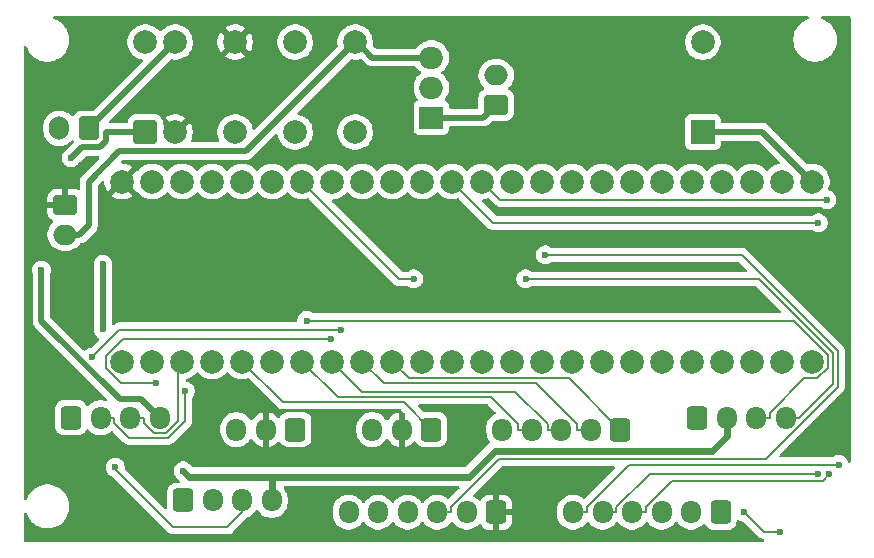
<source format=gbr>
%TF.GenerationSoftware,KiCad,Pcbnew,9.0.0*%
%TF.CreationDate,2025-04-18T09:30:21-04:00*%
%TF.ProjectId,TADPOL PCB v2,54414450-4f4c-4205-9043-422076322e6b,rev?*%
%TF.SameCoordinates,Original*%
%TF.FileFunction,Copper,L1,Top*%
%TF.FilePolarity,Positive*%
%FSLAX46Y46*%
G04 Gerber Fmt 4.6, Leading zero omitted, Abs format (unit mm)*
G04 Created by KiCad (PCBNEW 9.0.0) date 2025-04-18 09:30:21*
%MOMM*%
%LPD*%
G01*
G04 APERTURE LIST*
G04 Aperture macros list*
%AMRoundRect*
0 Rectangle with rounded corners*
0 $1 Rounding radius*
0 $2 $3 $4 $5 $6 $7 $8 $9 X,Y pos of 4 corners*
0 Add a 4 corners polygon primitive as box body*
4,1,4,$2,$3,$4,$5,$6,$7,$8,$9,$2,$3,0*
0 Add four circle primitives for the rounded corners*
1,1,$1+$1,$2,$3*
1,1,$1+$1,$4,$5*
1,1,$1+$1,$6,$7*
1,1,$1+$1,$8,$9*
0 Add four rect primitives between the rounded corners*
20,1,$1+$1,$2,$3,$4,$5,0*
20,1,$1+$1,$4,$5,$6,$7,0*
20,1,$1+$1,$6,$7,$8,$9,0*
20,1,$1+$1,$8,$9,$2,$3,0*%
G04 Aperture macros list end*
%TA.AperFunction,ComponentPad*%
%ADD10RoundRect,0.250000X-0.600000X-0.725000X0.600000X-0.725000X0.600000X0.725000X-0.600000X0.725000X0*%
%TD*%
%TA.AperFunction,ComponentPad*%
%ADD11O,1.700000X1.950000*%
%TD*%
%TA.AperFunction,ComponentPad*%
%ADD12RoundRect,0.250000X0.750000X-0.600000X0.750000X0.600000X-0.750000X0.600000X-0.750000X-0.600000X0*%
%TD*%
%TA.AperFunction,ComponentPad*%
%ADD13O,2.000000X1.700000*%
%TD*%
%TA.AperFunction,ComponentPad*%
%ADD14RoundRect,0.250000X0.600000X0.750000X-0.600000X0.750000X-0.600000X-0.750000X0.600000X-0.750000X0*%
%TD*%
%TA.AperFunction,ComponentPad*%
%ADD15O,1.700000X2.000000*%
%TD*%
%TA.AperFunction,ComponentPad*%
%ADD16C,2.000000*%
%TD*%
%TA.AperFunction,ComponentPad*%
%ADD17R,2.000000X1.905000*%
%TD*%
%TA.AperFunction,ComponentPad*%
%ADD18O,2.000000X1.905000*%
%TD*%
%TA.AperFunction,ComponentPad*%
%ADD19RoundRect,0.250000X-0.750000X0.600000X-0.750000X-0.600000X0.750000X-0.600000X0.750000X0.600000X0*%
%TD*%
%TA.AperFunction,ComponentPad*%
%ADD20RoundRect,0.250000X0.600000X0.725000X-0.600000X0.725000X-0.600000X-0.725000X0.600000X-0.725000X0*%
%TD*%
%TA.AperFunction,ComponentPad*%
%ADD21RoundRect,0.250000X0.750000X-0.750000X0.750000X0.750000X-0.750000X0.750000X-0.750000X-0.750000X0*%
%TD*%
%TA.AperFunction,ComponentPad*%
%ADD22R,2.000000X2.000000*%
%TD*%
%TA.AperFunction,ViaPad*%
%ADD23C,0.600000*%
%TD*%
%TA.AperFunction,Conductor*%
%ADD24C,0.200000*%
%TD*%
%TA.AperFunction,Conductor*%
%ADD25C,0.600000*%
%TD*%
%TA.AperFunction,Conductor*%
%ADD26C,0.500000*%
%TD*%
G04 APERTURE END LIST*
D10*
%TO.P,J4,1,Pin_1*%
%TO.N,GND*%
X120500000Y-77000000D03*
D11*
%TO.P,J4,2,Pin_2*%
%TO.N,SCL*%
X123000000Y-77000000D03*
%TO.P,J4,3,Pin_3*%
%TO.N,SDA*%
X125500000Y-77000000D03*
%TO.P,J4,4,Pin_4*%
%TO.N,+3.3V*%
X128000000Y-77000000D03*
%TD*%
D12*
%TO.P,J11,1,Pin_1*%
%TO.N,VIN*%
X147000000Y-43500000D03*
D13*
%TO.P,J11,2,Pin_2*%
%TO.N,GND*%
X147000000Y-41000000D03*
%TD*%
D14*
%TO.P,J12,1,Pin_1*%
%TO.N,Vehicle_Off*%
X112500000Y-45500000D03*
D15*
%TO.P,J12,2,Pin_2*%
%TO.N,GND*%
X110000000Y-45500000D03*
%TD*%
D16*
%TO.P,Teensy4.1,0,GND*%
%TO.N,GND*%
X115320000Y-65240000D03*
%TO.P,Teensy4.1,1,RX1*%
%TO.N,RX_SERIAL*%
X117860000Y-65240000D03*
%TO.P,Teensy4.1,2,TX1*%
%TO.N,TX_SERIAL*%
X120400000Y-65240000D03*
%TO.P,Teensy4.1,3,PWM*%
%TO.N,PWM_SERVO1*%
X122940000Y-65240000D03*
%TO.P,Teensy4.1,4,PWM*%
%TO.N,PWM_SERVO2*%
X125480000Y-65240000D03*
%TO.P,Teensy4.1,5,PWM*%
%TO.N,PWM_SERVO3*%
X128020000Y-65240000D03*
%TO.P,Teensy4.1,6,PWM*%
%TO.N,VIDEO_ON*%
X130560000Y-65240000D03*
%TO.P,Teensy4.1,7,PWM*%
%TO.N,PI_ON*%
X133100000Y-65240000D03*
%TO.P,Teensy4.1,8,RX2*%
%TO.N,RX_VIDEO*%
X135640000Y-65240000D03*
%TO.P,Teensy4.1,9,TX2*%
%TO.N,TX_VIDEO*%
X138180000Y-65240000D03*
%TO.P,Teensy4.1,10,PWM*%
%TO.N,unconnected-(Teensy4.1-PWM-Pad10)*%
X140720000Y-65240000D03*
%TO.P,Teensy4.1,11,CS*%
%TO.N,CS*%
X143260000Y-65240000D03*
%TO.P,Teensy4.1,12,MOSI*%
%TO.N,MOSI*%
X145800000Y-65240000D03*
%TO.P,Teensy4.1,13,MISO*%
%TO.N,MISO*%
X148340000Y-65240000D03*
%TO.P,Teensy4.1,14,3.3V*%
%TO.N,unconnected-(Teensy4.1-3.3V-Pad14)*%
X150880000Y-65240000D03*
%TO.P,Teensy4.1,15,SCL2*%
%TO.N,GPIO0*%
X153420000Y-65240000D03*
%TO.P,Teensy4.1,16,SDA2*%
%TO.N,GPIO1*%
X155960000Y-65240000D03*
%TO.P,Teensy4.1,17,MOSI1*%
%TO.N,unconnected-(Teensy4.1-MOSI1-Pad17)*%
X158500000Y-65240000D03*
%TO.P,Teensy4.1,18,SCK1*%
%TO.N,unconnected-(Teensy4.1-SCK1-Pad18)*%
X161040000Y-65240000D03*
%TO.P,Teensy4.1,19,RX7*%
%TO.N,unconnected-(Teensy4.1-RX7-Pad19)*%
X163580000Y-65240000D03*
%TO.P,Teensy4.1,20,TX7*%
%TO.N,Nichrome*%
X166120000Y-65240000D03*
%TO.P,Teensy4.1,21,GPIO*%
%TO.N,unconnected-(Teensy4.1-GPIO-Pad21)*%
X168660000Y-65240000D03*
%TO.P,Teensy4.1,22,GPIO*%
%TO.N,unconnected-(Teensy4.1-GPIO-Pad22)*%
X171200000Y-65240000D03*
%TO.P,Teensy4.1,23,GPIO*%
%TO.N,unconnected-(Teensy4.1-GPIO-Pad23)*%
X173740000Y-65240000D03*
%TO.P,Teensy4.1,24,PWM*%
%TO.N,BUZZER*%
X173740000Y-50000000D03*
%TO.P,Teensy4.1,25,RX8*%
%TO.N,unconnected-(Teensy4.1-RX8-Pad25)*%
X171200000Y-50000000D03*
%TO.P,Teensy4.1,26,TX8*%
%TO.N,unconnected-(Teensy4.1-TX8-Pad26)*%
X168660000Y-50000000D03*
%TO.P,Teensy4.1,27,PWM*%
%TO.N,GPIO2*%
X166120000Y-50000000D03*
%TO.P,Teensy4.1,28,PWM*%
%TO.N,GPIO3*%
X163580000Y-50000000D03*
%TO.P,Teensy4.1,29,CS1*%
%TO.N,unconnected-(Teensy4.1-CS1-Pad29)*%
X161040000Y-50000000D03*
%TO.P,Teensy4.1,30,MISO*%
%TO.N,unconnected-(Teensy4.1-MISO-Pad30)*%
X158500000Y-50000000D03*
%TO.P,Teensy4.1,31,A16*%
%TO.N,unconnected-(Teensy4.1-A16-Pad31)*%
X155960000Y-50000000D03*
%TO.P,Teensy4.1,32,A17*%
%TO.N,unconnected-(Teensy4.1-A17-Pad32)*%
X153420000Y-50000000D03*
%TO.P,Teensy4.1,33,GND*%
%TO.N,GND*%
X150880000Y-50000000D03*
%TO.P,Teensy4.1,34,SCK*%
%TO.N,SCLK*%
X148340000Y-50000000D03*
%TO.P,Teensy4.1,35,A0*%
%TO.N,IRQ*%
X145800000Y-50000000D03*
%TO.P,Teensy4.1,36,A1*%
%TO.N,SDN*%
X143260000Y-50000000D03*
%TO.P,Teensy4.1,37,A2*%
%TO.N,unconnected-(Teensy4.1-A2-Pad37)*%
X140720000Y-50000000D03*
%TO.P,Teensy4.1,38,A3*%
%TO.N,unconnected-(Teensy4.1-A3-Pad38)*%
X138180000Y-50000000D03*
%TO.P,Teensy4.1,39,SDA*%
%TO.N,SDA*%
X135640000Y-50000000D03*
%TO.P,Teensy4.1,40,SCL*%
%TO.N,SCL*%
X133100000Y-50000000D03*
%TO.P,Teensy4.1,41,TX5*%
%TO.N,TX_LORA*%
X130560000Y-50000000D03*
%TO.P,Teensy4.1,42,RX5*%
%TO.N,RX_LORA*%
X128020000Y-50000000D03*
%TO.P,Teensy4.1,43,PWM*%
%TO.N,Nichrome_1*%
X125480000Y-50000000D03*
%TO.P,Teensy4.1,44,PWM*%
%TO.N,unconnected-(Teensy4.1-PWM-Pad44)*%
X122940000Y-50000000D03*
%TO.P,Teensy4.1,45,3.3V*%
%TO.N,+3.3V*%
X120400000Y-50000000D03*
%TO.P,Teensy4.1,46,GND*%
%TO.N,GND*%
X117860000Y-50000000D03*
%TO.P,Teensy4.1,47,Vin*%
%TO.N,+5V*%
X115320000Y-50000000D03*
%TD*%
D17*
%TO.P,VoltRegulator5V1,1,IN*%
%TO.N,VIN*%
X141500000Y-44580000D03*
D18*
%TO.P,VoltRegulator5V1,2,GND*%
%TO.N,GND*%
X141500000Y-42040000D03*
%TO.P,VoltRegulator5V1,3,OUT*%
%TO.N,Net-(J13-Pin_2)*%
X141500000Y-39500000D03*
%TD*%
D10*
%TO.P,J1,1,Pin_1*%
%TO.N,GND*%
X164000000Y-70000000D03*
D11*
%TO.P,J1,2,Pin_2*%
%TO.N,+3.3V*%
X166500000Y-70000000D03*
%TO.P,J1,3,Pin_3*%
%TO.N,RX_LORA*%
X169000000Y-70000000D03*
%TO.P,J1,4,Pin_4*%
%TO.N,TX_LORA*%
X171500000Y-70000000D03*
%TD*%
D19*
%TO.P,J13,1,Pin_1*%
%TO.N,+5V*%
X110500000Y-52000000D03*
D13*
%TO.P,J13,2,Pin_2*%
%TO.N,Net-(J13-Pin_2)*%
X110500000Y-54500000D03*
%TD*%
D20*
%TO.P,J3,1,Pin_1*%
%TO.N,TX_VIDEO*%
X157500000Y-71000000D03*
D11*
%TO.P,J3,2,Pin_2*%
%TO.N,RX_VIDEO*%
X155000000Y-71000000D03*
%TO.P,J3,3,Pin_3*%
%TO.N,PI_ON*%
X152500000Y-71000000D03*
%TO.P,J3,4,Pin_4*%
%TO.N,VIDEO_ON*%
X150000000Y-71000000D03*
%TO.P,J3,5,Pin_5*%
%TO.N,GND*%
X147500000Y-71000000D03*
%TD*%
D16*
%TO.P,K2,11*%
%TO.N,unconnected-(K2-Pad11)*%
X124899700Y-45810000D03*
%TO.P,K2,12*%
%TO.N,unconnected-(K2-Pad12)*%
X129979700Y-45810000D03*
%TO.P,K2,14*%
%TO.N,unconnected-(K2-Pad14)*%
X135059700Y-45810000D03*
%TO.P,K2,21*%
%TO.N,+5V*%
X124899700Y-38190000D03*
%TO.P,K2,22*%
%TO.N,unconnected-(K2-Pad22)*%
X129979700Y-38190000D03*
%TO.P,K2,24*%
%TO.N,Net-(J13-Pin_2)*%
X135059700Y-38190000D03*
D21*
%TO.P,K2,A1*%
%TO.N,Vehicle_On*%
X117279700Y-45810000D03*
D16*
%TO.P,K2,A2*%
%TO.N,GND*%
X117279700Y-38190000D03*
%TO.P,K2,B1*%
%TO.N,+5V*%
X119819700Y-45810000D03*
%TO.P,K2,B2*%
%TO.N,Vehicle_Off*%
X119819700Y-38190000D03*
%TD*%
D20*
%TO.P,J8,1,Pin_1*%
%TO.N,PWM_SERVO2*%
X141500000Y-71000000D03*
D11*
%TO.P,J8,2,Pin_2*%
%TO.N,+5V*%
X139000000Y-71000000D03*
%TO.P,J8,3,Pin_3*%
%TO.N,GND*%
X136500000Y-71000000D03*
%TD*%
D10*
%TO.P,J2,1,Pin_1*%
%TO.N,GND*%
X111000000Y-70000000D03*
D11*
%TO.P,J2,2,Pin_2*%
%TO.N,RX_SERIAL*%
X113500000Y-70000000D03*
%TO.P,J2,3,Pin_3*%
%TO.N,TX_SERIAL*%
X116000000Y-70000000D03*
%TO.P,J2,4,Pin_4*%
%TO.N,Vehicle_On*%
X118500000Y-70000000D03*
%TD*%
D20*
%TO.P,J6,1,Pin_1*%
%TO.N,+5V*%
X147000000Y-78000000D03*
D11*
%TO.P,J6,2,Pin_2*%
%TO.N,GND*%
X144500000Y-78000000D03*
%TO.P,J6,3,Pin_3*%
%TO.N,SCLK*%
X142000000Y-78000000D03*
%TO.P,J6,4,Pin_4*%
%TO.N,MISO*%
X139500000Y-78000000D03*
%TO.P,J6,5,Pin_5*%
%TO.N,MOSI*%
X137000000Y-78000000D03*
%TO.P,J6,6,Pin_6*%
%TO.N,CS*%
X134500000Y-78000000D03*
%TD*%
D20*
%TO.P,J7,1,Pin_1*%
%TO.N,PWM_SERVO1*%
X130000000Y-71000000D03*
D11*
%TO.P,J7,2,Pin_2*%
%TO.N,+5V*%
X127500000Y-71000000D03*
%TO.P,J7,3,Pin_3*%
%TO.N,GND*%
X125000000Y-71000000D03*
%TD*%
D20*
%TO.P,J5,1,Pin_1*%
%TO.N,IRQ*%
X166000000Y-78000000D03*
D11*
%TO.P,J5,2,Pin_2*%
%TO.N,GPIO0*%
X163500000Y-78000000D03*
%TO.P,J5,3,Pin_3*%
%TO.N,GPIO1*%
X161000000Y-78000000D03*
%TO.P,J5,4,Pin_4*%
%TO.N,GPIO2*%
X158500000Y-78000000D03*
%TO.P,J5,5,Pin_5*%
%TO.N,GPIO3*%
X156000000Y-78000000D03*
%TO.P,J5,6,Pin_6*%
%TO.N,SDN*%
X153500000Y-78000000D03*
%TD*%
D22*
%TO.P,BZ1,1,+*%
%TO.N,BUZZER*%
X164500000Y-45800000D03*
D16*
%TO.P,BZ1,2,-*%
%TO.N,GND*%
X164500000Y-38200000D03*
%TD*%
D23*
%TO.N,SDA*%
X114750000Y-74211000D03*
%TO.N,+3.3V*%
X120500000Y-74500000D03*
%TO.N,RX_LORA*%
X130948000Y-61769900D03*
%TO.N,TX_LORA*%
X140000000Y-58245400D03*
X149500000Y-58245400D03*
%TO.N,+3.3V*%
X113706200Y-62500000D03*
X113706200Y-57000000D03*
%TO.N,SDA*%
X112771300Y-64857400D03*
X133836000Y-62534000D03*
%TO.N,SCL*%
X133029900Y-63332200D03*
X118197100Y-67075500D03*
%TO.N,RX_SERIAL*%
X120670000Y-67727200D03*
%TO.N,Vehicle_On*%
X108500000Y-57500000D03*
X111000000Y-48000000D03*
%TO.N,GPIO3*%
X174266400Y-74721700D03*
%TO.N,IRQ*%
X175006400Y-51548900D03*
X171000000Y-79656100D03*
X168000000Y-78000000D03*
%TO.N,SCLK*%
X151164000Y-56211600D03*
%TO.N,GPIO2*%
X175203200Y-74786500D03*
%TO.N,SDN*%
X175987600Y-73959200D03*
X174268000Y-53506000D03*
%TD*%
D24*
%TO.N,SDA*%
X125500000Y-78000000D02*
X125500000Y-77000000D01*
X124224000Y-79276000D02*
X125500000Y-78000000D01*
D25*
%TO.N,+3.3V*%
X128000000Y-75000000D02*
X128000000Y-77000000D01*
D24*
%TO.N,SDA*%
X119664840Y-79276000D02*
X124224000Y-79276000D01*
X114750000Y-74361160D02*
X119664840Y-79276000D01*
X114750000Y-74211000D02*
X114750000Y-74361160D01*
D25*
%TO.N,+3.3V*%
X121000000Y-75000000D02*
X120500000Y-74500000D01*
X123500000Y-75000000D02*
X121000000Y-75000000D01*
X128000000Y-75000000D02*
X123500000Y-75000000D01*
D24*
%TO.N,TX_VIDEO*%
X139603700Y-66663700D02*
X138180000Y-65240000D01*
X157500000Y-71000000D02*
X153163700Y-66663700D01*
X153163700Y-66663700D02*
X139603700Y-66663700D01*
%TO.N,RX_VIDEO*%
X137485100Y-67085100D02*
X150385100Y-67085100D01*
X150385100Y-67085100D02*
X153848300Y-70548300D01*
X155000000Y-71000000D02*
X153848300Y-71000000D01*
X135640000Y-65240000D02*
X137485100Y-67085100D01*
X153848300Y-70548300D02*
X153848300Y-71000000D01*
%TO.N,RX_LORA*%
X174159100Y-66675200D02*
X175074700Y-65759600D01*
X172180600Y-61769900D02*
X130948000Y-61769900D01*
X175074700Y-65759600D02*
X175074700Y-64664000D01*
X169000000Y-70000000D02*
X170151700Y-70000000D01*
X173044600Y-66675200D02*
X174159100Y-66675200D01*
X170151700Y-70000000D02*
X170151700Y-69568100D01*
X170151700Y-69568100D02*
X173044600Y-66675200D01*
X175074700Y-64664000D02*
X172180600Y-61769900D01*
%TO.N,TX_LORA*%
X175493600Y-64496600D02*
X175493600Y-67158100D01*
X130560000Y-50000000D02*
X138805400Y-58245400D01*
X169242400Y-58245400D02*
X175493600Y-64496600D01*
X171500000Y-70000000D02*
X172651700Y-70000000D01*
X149500000Y-58245400D02*
X169242400Y-58245400D01*
X138805400Y-58245400D02*
X140000000Y-58245400D01*
X175493600Y-67158100D02*
X172651700Y-70000000D01*
D25*
%TO.N,+3.3V*%
X146923936Y-72804500D02*
X146513300Y-73215136D01*
X166500000Y-70000000D02*
X166500000Y-71576700D01*
X146513300Y-73215136D02*
X144728436Y-75000000D01*
X165272200Y-72804500D02*
X147504664Y-72804500D01*
X144728436Y-75000000D02*
X128000000Y-75000000D01*
X147504664Y-72804500D02*
X146923936Y-72804500D01*
D26*
X113706200Y-62500000D02*
X113706200Y-57000000D01*
D25*
X166500000Y-71576700D02*
X165272200Y-72804500D01*
D24*
%TO.N,PWM_SERVO2*%
X139172600Y-68672600D02*
X141500000Y-71000000D01*
X125480000Y-65240000D02*
X128912600Y-68672600D01*
X128912600Y-68672600D02*
X139172600Y-68672600D01*
%TO.N,SDA*%
X112771300Y-64857400D02*
X115094700Y-62534000D01*
X115094700Y-62534000D02*
X133836000Y-62534000D01*
%TO.N,SCL*%
X113965400Y-64753700D02*
X115386900Y-63332200D01*
X118197100Y-67075500D02*
X115247900Y-67075500D01*
X115386900Y-63332200D02*
X133029900Y-63332200D01*
X113965400Y-65793000D02*
X113965400Y-64753700D01*
X115247900Y-67075500D02*
X113965400Y-65793000D01*
D26*
%TO.N,BUZZER*%
X169540000Y-45800000D02*
X164500000Y-45800000D01*
X173740000Y-50000000D02*
X169540000Y-45800000D01*
D24*
%TO.N,RX_SERIAL*%
X114651700Y-70000000D02*
X114651700Y-70431900D01*
X115912400Y-71692600D02*
X119224000Y-71692600D01*
X113500000Y-70000000D02*
X114651700Y-70000000D01*
X114651700Y-70431900D02*
X115912400Y-71692600D01*
X120670000Y-70246600D02*
X120670000Y-67727200D01*
X119224000Y-71692600D02*
X120670000Y-70246600D01*
%TO.N,TX_SERIAL*%
X116000000Y-70000000D02*
X117151700Y-70000000D01*
X120400000Y-65240000D02*
X120068300Y-65571700D01*
X119048800Y-71290900D02*
X118010700Y-71290900D01*
X118010700Y-71290900D02*
X117151700Y-70431900D01*
X117151700Y-70431900D02*
X117151700Y-70000000D01*
X120068300Y-70271400D02*
X119048800Y-71290900D01*
X120068300Y-65571700D02*
X120068300Y-70271400D01*
D26*
%TO.N,Vehicle_On*%
X108500000Y-61787600D02*
X108500000Y-57500000D01*
X113459000Y-47101000D02*
X113951000Y-46609400D01*
X113951000Y-45810000D02*
X117279700Y-45810000D01*
X113951000Y-46609400D02*
X113951000Y-45810000D01*
X117279700Y-45810000D02*
X117280000Y-45810000D01*
X111899000Y-47101000D02*
X113459000Y-47101000D01*
X111000000Y-48000000D02*
X111899000Y-47101000D01*
D24*
%TO.N,VIDEO_ON*%
X148848300Y-70548300D02*
X148848300Y-71000000D01*
X150000000Y-71000000D02*
X148848300Y-71000000D01*
X133572200Y-68252200D02*
X146552200Y-68252200D01*
X130560000Y-65240000D02*
X133572200Y-68252200D01*
X146552200Y-68252200D02*
X148848300Y-70548300D01*
%TO.N,PI_ON*%
X152500000Y-71000000D02*
X151348300Y-71000000D01*
X135649700Y-67789700D02*
X148589700Y-67789700D01*
X148589700Y-67789700D02*
X151348300Y-70548300D01*
X133100000Y-65240000D02*
X135649700Y-67789700D01*
X151348300Y-70548300D02*
X151348300Y-71000000D01*
%TO.N,GPIO3*%
X157151700Y-78000000D02*
X157151700Y-77568100D01*
X159998100Y-74721700D02*
X174266400Y-74721700D01*
X157151700Y-77568100D02*
X159998100Y-74721700D01*
X156000000Y-78000000D02*
X157151700Y-78000000D01*
%TO.N,IRQ*%
X169656100Y-79656100D02*
X168000000Y-78000000D01*
X175006400Y-51548900D02*
X147348900Y-51548900D01*
X171000000Y-79656100D02*
X169656100Y-79656100D01*
X147348900Y-51548900D02*
X145800000Y-50000000D01*
%TO.N,SCLK*%
X175914500Y-67391900D02*
X175914500Y-64334000D01*
X143151700Y-78000000D02*
X143151700Y-77568100D01*
X147214300Y-73505500D02*
X169800900Y-73505500D01*
X175914500Y-64334000D02*
X167792100Y-56211600D01*
X143151700Y-77568100D02*
X147214300Y-73505500D01*
X169800900Y-73505500D02*
X175914500Y-67391900D01*
X167792100Y-56211600D02*
X151164000Y-56211600D01*
X142000000Y-78000000D02*
X143151700Y-78000000D01*
%TO.N,GPIO2*%
X159651700Y-78000000D02*
X159651700Y-77568100D01*
X159651700Y-77568100D02*
X161896300Y-75323500D01*
X158500000Y-78000000D02*
X159651700Y-78000000D01*
X161896300Y-75323500D02*
X174666200Y-75323500D01*
X174666200Y-75323500D02*
X175203200Y-74786500D01*
%TO.N,SDN*%
X154651700Y-77548300D02*
X158240800Y-73959200D01*
X154651700Y-78000000D02*
X154651700Y-77548300D01*
X153500000Y-78000000D02*
X154651700Y-78000000D01*
X158240800Y-73959200D02*
X175987600Y-73959200D01*
X143260000Y-50000000D02*
X146766000Y-53506000D01*
X146766000Y-53506000D02*
X174268000Y-53506000D01*
D26*
%TO.N,VIN*%
X145920000Y-44580000D02*
X147000000Y-43500000D01*
X141500000Y-44580000D02*
X145920000Y-44580000D01*
%TO.N,Net-(J13-Pin_2)*%
X125839000Y-47411000D02*
X135060000Y-38190000D01*
X111700000Y-54500000D02*
X112500000Y-53700000D01*
D24*
X135125000Y-38190000D02*
X135059700Y-38190000D01*
D26*
X110500000Y-54500000D02*
X111700000Y-54500000D01*
X135060000Y-38190000D02*
X135125000Y-38190000D01*
X115089000Y-47411000D02*
X125839000Y-47411000D01*
X112500000Y-50000000D02*
X115089000Y-47411000D01*
X135125000Y-38190000D02*
X135190000Y-38190000D01*
X112500000Y-53700000D02*
X112500000Y-50000000D01*
X135190000Y-38190000D02*
X136500000Y-39500000D01*
X136500000Y-39500000D02*
X141500000Y-39500000D01*
%TO.N,Vehicle_Off*%
X119819700Y-38190300D02*
X119820000Y-38190000D01*
D24*
X119819700Y-38190300D02*
X119819700Y-38190000D01*
D26*
X112510000Y-45500000D02*
X119819700Y-38190300D01*
X112500000Y-45500000D02*
X112510000Y-45500000D01*
%TO.N,Vehicle_On*%
X115136000Y-68424000D02*
X108500000Y-61787600D01*
X118500000Y-70000000D02*
X116924000Y-68424000D01*
X116924000Y-68424000D02*
X115136000Y-68424000D01*
%TD*%
%TA.AperFunction,Conductor*%
%TO.N,+5V*%
G36*
X173437619Y-36020185D02*
G01*
X173483374Y-36072989D01*
X173493318Y-36142147D01*
X173464293Y-36205703D01*
X173407572Y-36242154D01*
X173407738Y-36242643D01*
X173405777Y-36243308D01*
X173405515Y-36243477D01*
X173404161Y-36243856D01*
X173403901Y-36243945D01*
X173179794Y-36336773D01*
X173179785Y-36336777D01*
X172969706Y-36458067D01*
X172777263Y-36605733D01*
X172777256Y-36605739D01*
X172605739Y-36777256D01*
X172605733Y-36777263D01*
X172458067Y-36969706D01*
X172336777Y-37179785D01*
X172336773Y-37179794D01*
X172243947Y-37403895D01*
X172181161Y-37638214D01*
X172149500Y-37878711D01*
X172149500Y-38121288D01*
X172174092Y-38308092D01*
X172181162Y-38361789D01*
X172189181Y-38391716D01*
X172243947Y-38596104D01*
X172318461Y-38775996D01*
X172336776Y-38820212D01*
X172458064Y-39030289D01*
X172458066Y-39030292D01*
X172458067Y-39030293D01*
X172605733Y-39222736D01*
X172605739Y-39222743D01*
X172777256Y-39394260D01*
X172777262Y-39394265D01*
X172969711Y-39541936D01*
X173179788Y-39663224D01*
X173403900Y-39756054D01*
X173638211Y-39818838D01*
X173800816Y-39840245D01*
X173878711Y-39850500D01*
X173878712Y-39850500D01*
X174121289Y-39850500D01*
X174199176Y-39840246D01*
X174361789Y-39818838D01*
X174596100Y-39756054D01*
X174820212Y-39663224D01*
X175030289Y-39541936D01*
X175222738Y-39394265D01*
X175394265Y-39222738D01*
X175541936Y-39030289D01*
X175663224Y-38820212D01*
X175756054Y-38596100D01*
X175818838Y-38361789D01*
X175850500Y-38121288D01*
X175850500Y-37878712D01*
X175845223Y-37838632D01*
X175818838Y-37638214D01*
X175818838Y-37638211D01*
X175756054Y-37403900D01*
X175663224Y-37179788D01*
X175541936Y-36969711D01*
X175418950Y-36809432D01*
X175394266Y-36777263D01*
X175394260Y-36777256D01*
X175222743Y-36605739D01*
X175222736Y-36605733D01*
X175030293Y-36458067D01*
X175030292Y-36458066D01*
X175030289Y-36458064D01*
X174820212Y-36336776D01*
X174596100Y-36243946D01*
X174596101Y-36243946D01*
X174596098Y-36243945D01*
X174592262Y-36242643D01*
X174592671Y-36241435D01*
X174537670Y-36207914D01*
X174507138Y-36145068D01*
X174515430Y-36075692D01*
X174559913Y-36021812D01*
X174626464Y-36000535D01*
X174629420Y-36000500D01*
X176875500Y-36000500D01*
X176942539Y-36020185D01*
X176988294Y-36072989D01*
X176999500Y-36124500D01*
X176999500Y-73688067D01*
X176979815Y-73755106D01*
X176927011Y-73800861D01*
X176857853Y-73810805D01*
X176794297Y-73781780D01*
X176761154Y-73730714D01*
X176759668Y-73731330D01*
X176696997Y-73580027D01*
X176696990Y-73580014D01*
X176609389Y-73448911D01*
X176609386Y-73448907D01*
X176497892Y-73337413D01*
X176497888Y-73337410D01*
X176366785Y-73249809D01*
X176366772Y-73249802D01*
X176221101Y-73189464D01*
X176221089Y-73189461D01*
X176066445Y-73158700D01*
X176066442Y-73158700D01*
X175908758Y-73158700D01*
X175908755Y-73158700D01*
X175754110Y-73189461D01*
X175754098Y-73189464D01*
X175608427Y-73249802D01*
X175608414Y-73249809D01*
X175476725Y-73337802D01*
X175410047Y-73358680D01*
X175407834Y-73358700D01*
X171096297Y-73358700D01*
X171029258Y-73339015D01*
X170983503Y-73286211D01*
X170973559Y-73217053D01*
X171002584Y-73153497D01*
X171008616Y-73147019D01*
X172323400Y-71832235D01*
X176273006Y-67882627D01*
X176273011Y-67882624D01*
X176283214Y-67872420D01*
X176283216Y-67872420D01*
X176395020Y-67760616D01*
X176445316Y-67673500D01*
X176457903Y-67651700D01*
X176474074Y-67623690D01*
X176474076Y-67623687D01*
X176476302Y-67615381D01*
X176515001Y-67470957D01*
X176515001Y-67312843D01*
X176515001Y-67305248D01*
X176515000Y-67305230D01*
X176515000Y-64254944D01*
X176514999Y-64254940D01*
X176509821Y-64235614D01*
X176508826Y-64231899D01*
X176474077Y-64102215D01*
X176439077Y-64041594D01*
X176439077Y-64041593D01*
X176395022Y-63965287D01*
X176395021Y-63965286D01*
X176395020Y-63965284D01*
X176283216Y-63853480D01*
X176283215Y-63853479D01*
X176278885Y-63849149D01*
X176278874Y-63849139D01*
X168279690Y-55849955D01*
X168279688Y-55849952D01*
X168160817Y-55731081D01*
X168160816Y-55731080D01*
X168074004Y-55680960D01*
X168074004Y-55680959D01*
X168074000Y-55680958D01*
X168023885Y-55652023D01*
X167871157Y-55611099D01*
X167713043Y-55611099D01*
X167705447Y-55611099D01*
X167705431Y-55611100D01*
X151743766Y-55611100D01*
X151676727Y-55591415D01*
X151674875Y-55590202D01*
X151543185Y-55502209D01*
X151543172Y-55502202D01*
X151397501Y-55441864D01*
X151397489Y-55441861D01*
X151242845Y-55411100D01*
X151242842Y-55411100D01*
X151085158Y-55411100D01*
X151085155Y-55411100D01*
X150930510Y-55441861D01*
X150930498Y-55441864D01*
X150784827Y-55502202D01*
X150784814Y-55502209D01*
X150653711Y-55589810D01*
X150653707Y-55589813D01*
X150542213Y-55701307D01*
X150542210Y-55701311D01*
X150454609Y-55832414D01*
X150454602Y-55832427D01*
X150394264Y-55978098D01*
X150394261Y-55978110D01*
X150363500Y-56132753D01*
X150363500Y-56290446D01*
X150394261Y-56445089D01*
X150394264Y-56445101D01*
X150454602Y-56590772D01*
X150454609Y-56590785D01*
X150542210Y-56721888D01*
X150542213Y-56721892D01*
X150653707Y-56833386D01*
X150653711Y-56833389D01*
X150784814Y-56920990D01*
X150784827Y-56920997D01*
X150930498Y-56981335D01*
X150930503Y-56981337D01*
X151085153Y-57012099D01*
X151085156Y-57012100D01*
X151085158Y-57012100D01*
X151242844Y-57012100D01*
X151242845Y-57012099D01*
X151397497Y-56981337D01*
X151542783Y-56921158D01*
X151543172Y-56920997D01*
X151543172Y-56920996D01*
X151543179Y-56920994D01*
X151543185Y-56920990D01*
X151674875Y-56832998D01*
X151741553Y-56812120D01*
X151743766Y-56812100D01*
X167492003Y-56812100D01*
X167559042Y-56831785D01*
X167579684Y-56848419D01*
X168164484Y-57433219D01*
X168197969Y-57494542D01*
X168192985Y-57564234D01*
X168151113Y-57620167D01*
X168085649Y-57644584D01*
X168076803Y-57644900D01*
X150079766Y-57644900D01*
X150012727Y-57625215D01*
X150010875Y-57624002D01*
X149879185Y-57536009D01*
X149879172Y-57536002D01*
X149733501Y-57475664D01*
X149733489Y-57475661D01*
X149578845Y-57444900D01*
X149578842Y-57444900D01*
X149421158Y-57444900D01*
X149421155Y-57444900D01*
X149266510Y-57475661D01*
X149266498Y-57475664D01*
X149120827Y-57536002D01*
X149120814Y-57536009D01*
X148989711Y-57623610D01*
X148989707Y-57623613D01*
X148878213Y-57735107D01*
X148878210Y-57735111D01*
X148790609Y-57866214D01*
X148790602Y-57866227D01*
X148730264Y-58011898D01*
X148730261Y-58011910D01*
X148699500Y-58166553D01*
X148699500Y-58324246D01*
X148730261Y-58478889D01*
X148730264Y-58478901D01*
X148790602Y-58624572D01*
X148790609Y-58624585D01*
X148878210Y-58755688D01*
X148878213Y-58755692D01*
X148989707Y-58867186D01*
X148989711Y-58867189D01*
X149120814Y-58954790D01*
X149120827Y-58954797D01*
X149266498Y-59015135D01*
X149266503Y-59015137D01*
X149421153Y-59045899D01*
X149421156Y-59045900D01*
X149421158Y-59045900D01*
X149578844Y-59045900D01*
X149578845Y-59045899D01*
X149733497Y-59015137D01*
X149879179Y-58954794D01*
X149879185Y-58954790D01*
X150010875Y-58866798D01*
X150077553Y-58845920D01*
X150079766Y-58845900D01*
X168942303Y-58845900D01*
X169009342Y-58865585D01*
X169029984Y-58882219D01*
X171105484Y-60957719D01*
X171138969Y-61019042D01*
X171133985Y-61088734D01*
X171092113Y-61144667D01*
X171026649Y-61169084D01*
X171017803Y-61169400D01*
X131527766Y-61169400D01*
X131460727Y-61149715D01*
X131458875Y-61148502D01*
X131327185Y-61060509D01*
X131327172Y-61060502D01*
X131181501Y-61000164D01*
X131181489Y-61000161D01*
X131026845Y-60969400D01*
X131026842Y-60969400D01*
X130869158Y-60969400D01*
X130869155Y-60969400D01*
X130714510Y-61000161D01*
X130714498Y-61000164D01*
X130568827Y-61060502D01*
X130568814Y-61060509D01*
X130437711Y-61148110D01*
X130437707Y-61148113D01*
X130326213Y-61259607D01*
X130326210Y-61259611D01*
X130238609Y-61390714D01*
X130238602Y-61390727D01*
X130178264Y-61536398D01*
X130178261Y-61536410D01*
X130147500Y-61691053D01*
X130147500Y-61809500D01*
X130127815Y-61876539D01*
X130075011Y-61922294D01*
X130023500Y-61933500D01*
X115181370Y-61933500D01*
X115181354Y-61933499D01*
X115173758Y-61933499D01*
X115015643Y-61933499D01*
X114875436Y-61971067D01*
X114862911Y-61974424D01*
X114725987Y-62053477D01*
X114668381Y-62111083D01*
X114607057Y-62144567D01*
X114537366Y-62139582D01*
X114481432Y-62097711D01*
X114457016Y-62032246D01*
X114456700Y-62023401D01*
X114456700Y-57304604D01*
X114466139Y-57257151D01*
X114475937Y-57233497D01*
X114506700Y-57078842D01*
X114506700Y-56921158D01*
X114506700Y-56921155D01*
X114506699Y-56921153D01*
X114492231Y-56848419D01*
X114475937Y-56766503D01*
X114475935Y-56766498D01*
X114415597Y-56620827D01*
X114415590Y-56620814D01*
X114327989Y-56489711D01*
X114327986Y-56489707D01*
X114216492Y-56378213D01*
X114216488Y-56378210D01*
X114085385Y-56290609D01*
X114085372Y-56290602D01*
X113939701Y-56230264D01*
X113939689Y-56230261D01*
X113785045Y-56199500D01*
X113785042Y-56199500D01*
X113627358Y-56199500D01*
X113627355Y-56199500D01*
X113472710Y-56230261D01*
X113472698Y-56230264D01*
X113327027Y-56290602D01*
X113327014Y-56290609D01*
X113195911Y-56378210D01*
X113195907Y-56378213D01*
X113084413Y-56489707D01*
X113084410Y-56489711D01*
X112996809Y-56620814D01*
X112996802Y-56620827D01*
X112936464Y-56766498D01*
X112936461Y-56766510D01*
X112905700Y-56921153D01*
X112905700Y-57078846D01*
X112936461Y-57233489D01*
X112936463Y-57233497D01*
X112946261Y-57257151D01*
X112955700Y-57304604D01*
X112955700Y-62195396D01*
X112946262Y-62242844D01*
X112936672Y-62265998D01*
X112936462Y-62266506D01*
X112936460Y-62266511D01*
X112905700Y-62421153D01*
X112905700Y-62578846D01*
X112936461Y-62733489D01*
X112936464Y-62733501D01*
X112996802Y-62879172D01*
X112996809Y-62879185D01*
X113084410Y-63010288D01*
X113084413Y-63010292D01*
X113195907Y-63121786D01*
X113195911Y-63121789D01*
X113327014Y-63209390D01*
X113327018Y-63209392D01*
X113327021Y-63209394D01*
X113327224Y-63209478D01*
X113327426Y-63209562D01*
X113327604Y-63209705D01*
X113332391Y-63212264D01*
X113331905Y-63213171D01*
X113381830Y-63253401D01*
X113403897Y-63319695D01*
X113386619Y-63387395D01*
X113367657Y-63411805D01*
X112756639Y-64022825D01*
X112695316Y-64056310D01*
X112693150Y-64056761D01*
X112537808Y-64087661D01*
X112537798Y-64087664D01*
X112392127Y-64148002D01*
X112392114Y-64148009D01*
X112261011Y-64235610D01*
X112261006Y-64235614D01*
X112222783Y-64273837D01*
X112161460Y-64307322D01*
X112091768Y-64302336D01*
X112047419Y-64273834D01*
X112028530Y-64254944D01*
X109748147Y-61974423D01*
X109286816Y-61513064D01*
X109253333Y-61451739D01*
X109250500Y-61425385D01*
X109250500Y-57804604D01*
X109259939Y-57757151D01*
X109269068Y-57735111D01*
X109269737Y-57733497D01*
X109300500Y-57578842D01*
X109300500Y-57421158D01*
X109300500Y-57421155D01*
X109300499Y-57421153D01*
X109277316Y-57304604D01*
X109269737Y-57266503D01*
X109256062Y-57233489D01*
X109209397Y-57120827D01*
X109209390Y-57120814D01*
X109121789Y-56989711D01*
X109121786Y-56989707D01*
X109010292Y-56878213D01*
X109010288Y-56878210D01*
X108879185Y-56790609D01*
X108879172Y-56790602D01*
X108733501Y-56730264D01*
X108733489Y-56730261D01*
X108578845Y-56699500D01*
X108578842Y-56699500D01*
X108421158Y-56699500D01*
X108421155Y-56699500D01*
X108266510Y-56730261D01*
X108266498Y-56730264D01*
X108120827Y-56790602D01*
X108120814Y-56790609D01*
X107989711Y-56878210D01*
X107989707Y-56878213D01*
X107878213Y-56989707D01*
X107878210Y-56989711D01*
X107790609Y-57120814D01*
X107790602Y-57120827D01*
X107730264Y-57266498D01*
X107730261Y-57266510D01*
X107699500Y-57421153D01*
X107699500Y-57578846D01*
X107730261Y-57733489D01*
X107730263Y-57733497D01*
X107740061Y-57757151D01*
X107749500Y-57804604D01*
X107749500Y-61787577D01*
X107749498Y-61861495D01*
X107749500Y-61861505D01*
X107749500Y-61861518D01*
X107749939Y-61863729D01*
X107749940Y-61863733D01*
X107763780Y-61933308D01*
X107763780Y-61933313D01*
X107763781Y-61933313D01*
X107778334Y-62006486D01*
X107778342Y-62006515D01*
X107793438Y-62042960D01*
X107805409Y-62071860D01*
X107834908Y-62143081D01*
X107834911Y-62143087D01*
X107834915Y-62143093D01*
X107834916Y-62143095D01*
X107876372Y-62205138D01*
X107917034Y-62265998D01*
X107917042Y-62266006D01*
X107917049Y-62266016D01*
X107917488Y-62266455D01*
X107961285Y-62310252D01*
X107961287Y-62310257D01*
X107961289Y-62310256D01*
X114031963Y-68381296D01*
X114065446Y-68442620D01*
X114060459Y-68512311D01*
X114018586Y-68568243D01*
X113953121Y-68592658D01*
X113905961Y-68586905D01*
X113816240Y-68557753D01*
X113654957Y-68532208D01*
X113606287Y-68524500D01*
X113393713Y-68524500D01*
X113345042Y-68532208D01*
X113183760Y-68557753D01*
X112981585Y-68623444D01*
X112792179Y-68719951D01*
X112620215Y-68844889D01*
X112481398Y-68983706D01*
X112420075Y-69017190D01*
X112350383Y-69012206D01*
X112294450Y-68970334D01*
X112288178Y-68961120D01*
X112192712Y-68806344D01*
X112068657Y-68682289D01*
X112068656Y-68682288D01*
X111919334Y-68590186D01*
X111752797Y-68535001D01*
X111752795Y-68535000D01*
X111650010Y-68524500D01*
X110349998Y-68524500D01*
X110349981Y-68524501D01*
X110247203Y-68535000D01*
X110247200Y-68535001D01*
X110080668Y-68590185D01*
X110080663Y-68590187D01*
X109931342Y-68682289D01*
X109807289Y-68806342D01*
X109715187Y-68955663D01*
X109715185Y-68955668D01*
X109687812Y-69038274D01*
X109660001Y-69122203D01*
X109660001Y-69122204D01*
X109660000Y-69122204D01*
X109649500Y-69224983D01*
X109649500Y-70775001D01*
X109649501Y-70775018D01*
X109660000Y-70877796D01*
X109660001Y-70877799D01*
X109705894Y-71016294D01*
X109715186Y-71044334D01*
X109807288Y-71193656D01*
X109931344Y-71317712D01*
X110080666Y-71409814D01*
X110247203Y-71464999D01*
X110349991Y-71475500D01*
X111650008Y-71475499D01*
X111752797Y-71464999D01*
X111919334Y-71409814D01*
X112068656Y-71317712D01*
X112192712Y-71193656D01*
X112284814Y-71044334D01*
X112284814Y-71044331D01*
X112288178Y-71038879D01*
X112340126Y-70992154D01*
X112409088Y-70980931D01*
X112473170Y-71008774D01*
X112481398Y-71016294D01*
X112620213Y-71155109D01*
X112792179Y-71280048D01*
X112792181Y-71280049D01*
X112792184Y-71280051D01*
X112981588Y-71376557D01*
X113183757Y-71442246D01*
X113393713Y-71475500D01*
X113393714Y-71475500D01*
X113606286Y-71475500D01*
X113606287Y-71475500D01*
X113816243Y-71442246D01*
X114018412Y-71376557D01*
X114207816Y-71280051D01*
X114290532Y-71219954D01*
X114378604Y-71155968D01*
X114444410Y-71132488D01*
X114512464Y-71148314D01*
X114539170Y-71168605D01*
X115427539Y-72056974D01*
X115427549Y-72056985D01*
X115431879Y-72061315D01*
X115431880Y-72061316D01*
X115543684Y-72173120D01*
X115630495Y-72223239D01*
X115630497Y-72223241D01*
X115668551Y-72245211D01*
X115680615Y-72252177D01*
X115833343Y-72293101D01*
X115833346Y-72293101D01*
X115999053Y-72293101D01*
X115999069Y-72293100D01*
X119137331Y-72293100D01*
X119137347Y-72293101D01*
X119144943Y-72293101D01*
X119303054Y-72293101D01*
X119303057Y-72293101D01*
X119455785Y-72252177D01*
X119505904Y-72223239D01*
X119592716Y-72173120D01*
X119704520Y-72061316D01*
X119704520Y-72061314D01*
X119714728Y-72051107D01*
X119714730Y-72051104D01*
X120997121Y-70768713D01*
X123649500Y-70768713D01*
X123649500Y-71231286D01*
X123677775Y-71409812D01*
X123682754Y-71441243D01*
X123701149Y-71497858D01*
X123748444Y-71643414D01*
X123844951Y-71832820D01*
X123969890Y-72004786D01*
X124120213Y-72155109D01*
X124292179Y-72280048D01*
X124292181Y-72280049D01*
X124292184Y-72280051D01*
X124481588Y-72376557D01*
X124683757Y-72442246D01*
X124893713Y-72475500D01*
X124893714Y-72475500D01*
X125106286Y-72475500D01*
X125106287Y-72475500D01*
X125316243Y-72442246D01*
X125518412Y-72376557D01*
X125707816Y-72280051D01*
X125746184Y-72252175D01*
X125879786Y-72155109D01*
X125879788Y-72155106D01*
X125879792Y-72155104D01*
X126030104Y-72004792D01*
X126149991Y-71839779D01*
X126205320Y-71797115D01*
X126274933Y-71791136D01*
X126336729Y-71823741D01*
X126350627Y-71839781D01*
X126470272Y-72004459D01*
X126470276Y-72004464D01*
X126620535Y-72154723D01*
X126620540Y-72154727D01*
X126792442Y-72279620D01*
X126981782Y-72376095D01*
X127183871Y-72441757D01*
X127250000Y-72452231D01*
X127250000Y-71404145D01*
X127316657Y-71442630D01*
X127437465Y-71475000D01*
X127562535Y-71475000D01*
X127683343Y-71442630D01*
X127750000Y-71404145D01*
X127750000Y-72452230D01*
X127816126Y-72441757D01*
X127816129Y-72441757D01*
X128018217Y-72376095D01*
X128207557Y-72279620D01*
X128379458Y-72154728D01*
X128518330Y-72015856D01*
X128579653Y-71982371D01*
X128649345Y-71987355D01*
X128705279Y-72029226D01*
X128711551Y-72038440D01*
X128715185Y-72044331D01*
X128715186Y-72044334D01*
X128807288Y-72193656D01*
X128931344Y-72317712D01*
X129080666Y-72409814D01*
X129247203Y-72464999D01*
X129349991Y-72475500D01*
X130650008Y-72475499D01*
X130752797Y-72464999D01*
X130919334Y-72409814D01*
X131068656Y-72317712D01*
X131192712Y-72193656D01*
X131284814Y-72044334D01*
X131339999Y-71877797D01*
X131350500Y-71775009D01*
X131350499Y-70224992D01*
X131348851Y-70208863D01*
X131339999Y-70122203D01*
X131339998Y-70122200D01*
X131284814Y-69955666D01*
X131192712Y-69806344D01*
X131068656Y-69682288D01*
X130919334Y-69590186D01*
X130752797Y-69535001D01*
X130752795Y-69535000D01*
X130650010Y-69524500D01*
X129349998Y-69524500D01*
X129349981Y-69524501D01*
X129247203Y-69535000D01*
X129247200Y-69535001D01*
X129080668Y-69590185D01*
X129080663Y-69590187D01*
X128931342Y-69682289D01*
X128807289Y-69806342D01*
X128711551Y-69961559D01*
X128659603Y-70008283D01*
X128590640Y-70019506D01*
X128526558Y-69991662D01*
X128518331Y-69984143D01*
X128379464Y-69845276D01*
X128379459Y-69845272D01*
X128207557Y-69720379D01*
X128018215Y-69623903D01*
X127816124Y-69558241D01*
X127750000Y-69547768D01*
X127750000Y-70595854D01*
X127683343Y-70557370D01*
X127562535Y-70525000D01*
X127437465Y-70525000D01*
X127316657Y-70557370D01*
X127250000Y-70595854D01*
X127250000Y-69547768D01*
X127249999Y-69547768D01*
X127183875Y-69558241D01*
X126981784Y-69623903D01*
X126792442Y-69720379D01*
X126620540Y-69845272D01*
X126620535Y-69845276D01*
X126470276Y-69995535D01*
X126470272Y-69995540D01*
X126350627Y-70160218D01*
X126295297Y-70202884D01*
X126225684Y-70208863D01*
X126163889Y-70176257D01*
X126149991Y-70160218D01*
X126030109Y-69995214D01*
X126030105Y-69995209D01*
X125879786Y-69844890D01*
X125707820Y-69719951D01*
X125518414Y-69623444D01*
X125518413Y-69623443D01*
X125518412Y-69623443D01*
X125316243Y-69557754D01*
X125316241Y-69557753D01*
X125316240Y-69557753D01*
X125154957Y-69532208D01*
X125106287Y-69524500D01*
X124893713Y-69524500D01*
X124845042Y-69532208D01*
X124683760Y-69557753D01*
X124481585Y-69623444D01*
X124292179Y-69719951D01*
X124120213Y-69844890D01*
X123969890Y-69995213D01*
X123844951Y-70167179D01*
X123748444Y-70356585D01*
X123682753Y-70558760D01*
X123649500Y-70768713D01*
X120997121Y-70768713D01*
X121038713Y-70727121D01*
X121038716Y-70727120D01*
X121150520Y-70615316D01*
X121200639Y-70528504D01*
X121229577Y-70478385D01*
X121270501Y-70325657D01*
X121270501Y-70167542D01*
X121270501Y-70159947D01*
X121270500Y-70159929D01*
X121270500Y-68306965D01*
X121290185Y-68239926D01*
X121291398Y-68238074D01*
X121379390Y-68106385D01*
X121379390Y-68106384D01*
X121379394Y-68106379D01*
X121439737Y-67960697D01*
X121470500Y-67806042D01*
X121470500Y-67648358D01*
X121470500Y-67648355D01*
X121470499Y-67648353D01*
X121455119Y-67571034D01*
X121439737Y-67493703D01*
X121432355Y-67475881D01*
X121379397Y-67348027D01*
X121379390Y-67348014D01*
X121291789Y-67216911D01*
X121291786Y-67216907D01*
X121180292Y-67105413D01*
X121180288Y-67105410D01*
X121049185Y-67017809D01*
X121049172Y-67017802D01*
X120903501Y-66957464D01*
X120903491Y-66957461D01*
X120790482Y-66934982D01*
X120728571Y-66902597D01*
X120693997Y-66841881D01*
X120697737Y-66772111D01*
X120738604Y-66715440D01*
X120776356Y-66695434D01*
X120827340Y-66678868D01*
X120975992Y-66630568D01*
X121186433Y-66523343D01*
X121377510Y-66384517D01*
X121544517Y-66217510D01*
X121569682Y-66182872D01*
X121625011Y-66140207D01*
X121694625Y-66134228D01*
X121756420Y-66166833D01*
X121770315Y-66182870D01*
X121795483Y-66217510D01*
X121962490Y-66384517D01*
X122153567Y-66523343D01*
X122229742Y-66562156D01*
X122364003Y-66630566D01*
X122364005Y-66630566D01*
X122364008Y-66630568D01*
X122484412Y-66669689D01*
X122588631Y-66703553D01*
X122821903Y-66740500D01*
X122821908Y-66740500D01*
X123058097Y-66740500D01*
X123291368Y-66703553D01*
X123313647Y-66696314D01*
X123515992Y-66630568D01*
X123726433Y-66523343D01*
X123917510Y-66384517D01*
X124084517Y-66217510D01*
X124109682Y-66182872D01*
X124165011Y-66140207D01*
X124234625Y-66134228D01*
X124296420Y-66166833D01*
X124310315Y-66182870D01*
X124335483Y-66217510D01*
X124502490Y-66384517D01*
X124693567Y-66523343D01*
X124769742Y-66562156D01*
X124904003Y-66630566D01*
X124904005Y-66630566D01*
X124904008Y-66630568D01*
X125024412Y-66669689D01*
X125128631Y-66703553D01*
X125361903Y-66740500D01*
X125361908Y-66740500D01*
X125598097Y-66740500D01*
X125704126Y-66723705D01*
X125831368Y-66703553D01*
X125957566Y-66662547D01*
X126027404Y-66660553D01*
X126083563Y-66692798D01*
X128427739Y-69036974D01*
X128427749Y-69036985D01*
X128432079Y-69041315D01*
X128432080Y-69041316D01*
X128543884Y-69153120D01*
X128543886Y-69153121D01*
X128543890Y-69153124D01*
X128668369Y-69224991D01*
X128680816Y-69232177D01*
X128792619Y-69262134D01*
X128833542Y-69273100D01*
X128833543Y-69273100D01*
X138872503Y-69273100D01*
X138939542Y-69292785D01*
X138960184Y-69309419D01*
X139213681Y-69562916D01*
X139247166Y-69624239D01*
X139250000Y-69650597D01*
X139250000Y-70595854D01*
X139183343Y-70557370D01*
X139062535Y-70525000D01*
X138937465Y-70525000D01*
X138816657Y-70557370D01*
X138750000Y-70595854D01*
X138750000Y-69547768D01*
X138749999Y-69547768D01*
X138683875Y-69558241D01*
X138481784Y-69623903D01*
X138292442Y-69720379D01*
X138120540Y-69845272D01*
X138120535Y-69845276D01*
X137970276Y-69995535D01*
X137970272Y-69995540D01*
X137850627Y-70160218D01*
X137795297Y-70202884D01*
X137725684Y-70208863D01*
X137663889Y-70176257D01*
X137649991Y-70160218D01*
X137530109Y-69995214D01*
X137530105Y-69995209D01*
X137379786Y-69844890D01*
X137207820Y-69719951D01*
X137018414Y-69623444D01*
X137018413Y-69623443D01*
X137018412Y-69623443D01*
X136816243Y-69557754D01*
X136816241Y-69557753D01*
X136816240Y-69557753D01*
X136654957Y-69532208D01*
X136606287Y-69524500D01*
X136393713Y-69524500D01*
X136345042Y-69532208D01*
X136183760Y-69557753D01*
X135981585Y-69623444D01*
X135792179Y-69719951D01*
X135620213Y-69844890D01*
X135469890Y-69995213D01*
X135344951Y-70167179D01*
X135248444Y-70356585D01*
X135182753Y-70558760D01*
X135149500Y-70768713D01*
X135149500Y-71231286D01*
X135177775Y-71409812D01*
X135182754Y-71441243D01*
X135201149Y-71497858D01*
X135248444Y-71643414D01*
X135344951Y-71832820D01*
X135469890Y-72004786D01*
X135620213Y-72155109D01*
X135792179Y-72280048D01*
X135792181Y-72280049D01*
X135792184Y-72280051D01*
X135981588Y-72376557D01*
X136183757Y-72442246D01*
X136393713Y-72475500D01*
X136393714Y-72475500D01*
X136606286Y-72475500D01*
X136606287Y-72475500D01*
X136816243Y-72442246D01*
X137018412Y-72376557D01*
X137207816Y-72280051D01*
X137246184Y-72252175D01*
X137379786Y-72155109D01*
X137379788Y-72155106D01*
X137379792Y-72155104D01*
X137530104Y-72004792D01*
X137649991Y-71839779D01*
X137705320Y-71797115D01*
X137774933Y-71791136D01*
X137836729Y-71823741D01*
X137850627Y-71839781D01*
X137970272Y-72004459D01*
X137970276Y-72004464D01*
X138120535Y-72154723D01*
X138120540Y-72154727D01*
X138292442Y-72279620D01*
X138481782Y-72376095D01*
X138683871Y-72441757D01*
X138750000Y-72452231D01*
X138750000Y-71404145D01*
X138816657Y-71442630D01*
X138937465Y-71475000D01*
X139062535Y-71475000D01*
X139183343Y-71442630D01*
X139250000Y-71404145D01*
X139250000Y-72452230D01*
X139316126Y-72441757D01*
X139316129Y-72441757D01*
X139518217Y-72376095D01*
X139707557Y-72279620D01*
X139879458Y-72154728D01*
X140018330Y-72015856D01*
X140079653Y-71982371D01*
X140149345Y-71987355D01*
X140205279Y-72029226D01*
X140211551Y-72038440D01*
X140215185Y-72044331D01*
X140215186Y-72044334D01*
X140307288Y-72193656D01*
X140431344Y-72317712D01*
X140580666Y-72409814D01*
X140747203Y-72464999D01*
X140849991Y-72475500D01*
X142150008Y-72475499D01*
X142252797Y-72464999D01*
X142419334Y-72409814D01*
X142568656Y-72317712D01*
X142692712Y-72193656D01*
X142784814Y-72044334D01*
X142839999Y-71877797D01*
X142850500Y-71775009D01*
X142850499Y-70224992D01*
X142848851Y-70208863D01*
X142839999Y-70122203D01*
X142839998Y-70122200D01*
X142784814Y-69955666D01*
X142692712Y-69806344D01*
X142568656Y-69682288D01*
X142419334Y-69590186D01*
X142252797Y-69535001D01*
X142252795Y-69535000D01*
X142150016Y-69524500D01*
X142150009Y-69524500D01*
X140925098Y-69524500D01*
X140858059Y-69504815D01*
X140837417Y-69488181D01*
X140642021Y-69292785D01*
X140413615Y-69064380D01*
X140380131Y-69003058D01*
X140385115Y-68933367D01*
X140426986Y-68877433D01*
X140492451Y-68853016D01*
X140501297Y-68852700D01*
X146252103Y-68852700D01*
X146319142Y-68872385D01*
X146339784Y-68889019D01*
X146922261Y-69471497D01*
X146955746Y-69532820D01*
X146950762Y-69602512D01*
X146908890Y-69658445D01*
X146890875Y-69669663D01*
X146792180Y-69719951D01*
X146620213Y-69844890D01*
X146469890Y-69995213D01*
X146344951Y-70167179D01*
X146248444Y-70356585D01*
X146182753Y-70558760D01*
X146149500Y-70768713D01*
X146149500Y-71231286D01*
X146177775Y-71409812D01*
X146182754Y-71441243D01*
X146248443Y-71643412D01*
X146340325Y-71823741D01*
X146344951Y-71832819D01*
X146462728Y-71994927D01*
X146486208Y-72060733D01*
X146470382Y-72128787D01*
X146431303Y-72170913D01*
X146413645Y-72182711D01*
X146413643Y-72182713D01*
X146003011Y-72593347D01*
X144433177Y-74163181D01*
X144371854Y-74196666D01*
X144345496Y-74199500D01*
X121382940Y-74199500D01*
X121315901Y-74179815D01*
X121295259Y-74163181D01*
X121010292Y-73878213D01*
X121010288Y-73878210D01*
X120879185Y-73790609D01*
X120879172Y-73790602D01*
X120733501Y-73730264D01*
X120733489Y-73730261D01*
X120578845Y-73699500D01*
X120578842Y-73699500D01*
X120421158Y-73699500D01*
X120421155Y-73699500D01*
X120266510Y-73730261D01*
X120266498Y-73730264D01*
X120120827Y-73790602D01*
X120120814Y-73790609D01*
X119989711Y-73878210D01*
X119989707Y-73878213D01*
X119878213Y-73989707D01*
X119878210Y-73989711D01*
X119790609Y-74120814D01*
X119790602Y-74120827D01*
X119730264Y-74266498D01*
X119730261Y-74266510D01*
X119699500Y-74421153D01*
X119699500Y-74578846D01*
X119730261Y-74733489D01*
X119730264Y-74733501D01*
X119790602Y-74879172D01*
X119790609Y-74879185D01*
X119878210Y-75010288D01*
X119878213Y-75010292D01*
X120180741Y-75312819D01*
X120214226Y-75374142D01*
X120209242Y-75443833D01*
X120167371Y-75499767D01*
X120101906Y-75524184D01*
X120093061Y-75524500D01*
X119849999Y-75524500D01*
X119849980Y-75524501D01*
X119747203Y-75535000D01*
X119747200Y-75535001D01*
X119580668Y-75590185D01*
X119580663Y-75590187D01*
X119431342Y-75682289D01*
X119307289Y-75806342D01*
X119215187Y-75955663D01*
X119215185Y-75955668D01*
X119198605Y-76005703D01*
X119160001Y-76122203D01*
X119160001Y-76122204D01*
X119160000Y-76122204D01*
X119149500Y-76224983D01*
X119149500Y-77612063D01*
X119129815Y-77679102D01*
X119077011Y-77724857D01*
X119007853Y-77734801D01*
X118944297Y-77705776D01*
X118937819Y-77699744D01*
X115586819Y-74348744D01*
X115553334Y-74287421D01*
X115550500Y-74261063D01*
X115550500Y-74132155D01*
X115550499Y-74132153D01*
X115548245Y-74120821D01*
X115519737Y-73977503D01*
X115478610Y-73878213D01*
X115459397Y-73831827D01*
X115459390Y-73831814D01*
X115371789Y-73700711D01*
X115371786Y-73700707D01*
X115260292Y-73589213D01*
X115260288Y-73589210D01*
X115129185Y-73501609D01*
X115129172Y-73501602D01*
X114983501Y-73441264D01*
X114983489Y-73441261D01*
X114828845Y-73410500D01*
X114828842Y-73410500D01*
X114671158Y-73410500D01*
X114671155Y-73410500D01*
X114516510Y-73441261D01*
X114516498Y-73441264D01*
X114370827Y-73501602D01*
X114370814Y-73501609D01*
X114239711Y-73589210D01*
X114239707Y-73589213D01*
X114128213Y-73700707D01*
X114128210Y-73700711D01*
X114040609Y-73831814D01*
X114040602Y-73831827D01*
X113980264Y-73977498D01*
X113980261Y-73977510D01*
X113949500Y-74132153D01*
X113949500Y-74289846D01*
X113980261Y-74444489D01*
X113980264Y-74444501D01*
X114040602Y-74590172D01*
X114040609Y-74590185D01*
X114128210Y-74721288D01*
X114128213Y-74721292D01*
X114239707Y-74832786D01*
X114239711Y-74832789D01*
X114370814Y-74920390D01*
X114370827Y-74920397D01*
X114500269Y-74974013D01*
X114540498Y-75000893D01*
X119179979Y-79640374D01*
X119179989Y-79640385D01*
X119184319Y-79644715D01*
X119184320Y-79644716D01*
X119296124Y-79756520D01*
X119296126Y-79756521D01*
X119296130Y-79756524D01*
X119433049Y-79835573D01*
X119433056Y-79835577D01*
X119544859Y-79865534D01*
X119585782Y-79876500D01*
X119585783Y-79876500D01*
X124137331Y-79876500D01*
X124137347Y-79876501D01*
X124144943Y-79876501D01*
X124303054Y-79876501D01*
X124303057Y-79876501D01*
X124455785Y-79835577D01*
X124505904Y-79806639D01*
X124592716Y-79756520D01*
X124704520Y-79644716D01*
X124704520Y-79644714D01*
X124714728Y-79634507D01*
X124714729Y-79634504D01*
X125929617Y-78419617D01*
X125978979Y-78389369D01*
X126018412Y-78376557D01*
X126207816Y-78280051D01*
X126249178Y-78250000D01*
X126379786Y-78155109D01*
X126379788Y-78155106D01*
X126379792Y-78155104D01*
X126530104Y-78004792D01*
X126649683Y-77840204D01*
X126705011Y-77797540D01*
X126774624Y-77791561D01*
X126836420Y-77824166D01*
X126850313Y-77840199D01*
X126931007Y-77951265D01*
X126969896Y-78004792D01*
X127120213Y-78155109D01*
X127292179Y-78280048D01*
X127292181Y-78280049D01*
X127292184Y-78280051D01*
X127481588Y-78376557D01*
X127683757Y-78442246D01*
X127893713Y-78475500D01*
X127893714Y-78475500D01*
X128106286Y-78475500D01*
X128106287Y-78475500D01*
X128316243Y-78442246D01*
X128518412Y-78376557D01*
X128707816Y-78280051D01*
X128749178Y-78250000D01*
X128879786Y-78155109D01*
X128879788Y-78155106D01*
X128879792Y-78155104D01*
X129030104Y-78004792D01*
X129030106Y-78004788D01*
X129030109Y-78004786D01*
X129155048Y-77832820D01*
X129155047Y-77832820D01*
X129155051Y-77832816D01*
X129251557Y-77643412D01*
X129317246Y-77441243D01*
X129350500Y-77231287D01*
X129350500Y-76768713D01*
X129317246Y-76558757D01*
X129251557Y-76356588D01*
X129155051Y-76167184D01*
X129031686Y-75997385D01*
X129008207Y-75931578D01*
X129024033Y-75863525D01*
X129074139Y-75814830D01*
X129132005Y-75800500D01*
X143770703Y-75800500D01*
X143837742Y-75820185D01*
X143883497Y-75872989D01*
X143893441Y-75942147D01*
X143864416Y-76005703D01*
X143858384Y-76012181D01*
X143039169Y-76831394D01*
X142977846Y-76864879D01*
X142908154Y-76859895D01*
X142878603Y-76844031D01*
X142707820Y-76719951D01*
X142518414Y-76623444D01*
X142518413Y-76623443D01*
X142518412Y-76623443D01*
X142316243Y-76557754D01*
X142316241Y-76557753D01*
X142316240Y-76557753D01*
X142154957Y-76532208D01*
X142106287Y-76524500D01*
X141893713Y-76524500D01*
X141845042Y-76532208D01*
X141683760Y-76557753D01*
X141481585Y-76623444D01*
X141292179Y-76719951D01*
X141120213Y-76844890D01*
X140969894Y-76995209D01*
X140969890Y-76995214D01*
X140850318Y-77159793D01*
X140794989Y-77202459D01*
X140725375Y-77208438D01*
X140663580Y-77175833D01*
X140649682Y-77159793D01*
X140530109Y-76995214D01*
X140530105Y-76995209D01*
X140379786Y-76844890D01*
X140207820Y-76719951D01*
X140018414Y-76623444D01*
X140018413Y-76623443D01*
X140018412Y-76623443D01*
X139816243Y-76557754D01*
X139816241Y-76557753D01*
X139816240Y-76557753D01*
X139654957Y-76532208D01*
X139606287Y-76524500D01*
X139393713Y-76524500D01*
X139345042Y-76532208D01*
X139183760Y-76557753D01*
X138981585Y-76623444D01*
X138792179Y-76719951D01*
X138620213Y-76844890D01*
X138469894Y-76995209D01*
X138469890Y-76995214D01*
X138350318Y-77159793D01*
X138294989Y-77202459D01*
X138225375Y-77208438D01*
X138163580Y-77175833D01*
X138149682Y-77159793D01*
X138030109Y-76995214D01*
X138030105Y-76995209D01*
X137879786Y-76844890D01*
X137707820Y-76719951D01*
X137518414Y-76623444D01*
X137518413Y-76623443D01*
X137518412Y-76623443D01*
X137316243Y-76557754D01*
X137316241Y-76557753D01*
X137316240Y-76557753D01*
X137154957Y-76532208D01*
X137106287Y-76524500D01*
X136893713Y-76524500D01*
X136845042Y-76532208D01*
X136683760Y-76557753D01*
X136481585Y-76623444D01*
X136292179Y-76719951D01*
X136120213Y-76844890D01*
X135969894Y-76995209D01*
X135969890Y-76995214D01*
X135850318Y-77159793D01*
X135794989Y-77202459D01*
X135725375Y-77208438D01*
X135663580Y-77175833D01*
X135649682Y-77159793D01*
X135530109Y-76995214D01*
X135530105Y-76995209D01*
X135379786Y-76844890D01*
X135207820Y-76719951D01*
X135018414Y-76623444D01*
X135018413Y-76623443D01*
X135018412Y-76623443D01*
X134816243Y-76557754D01*
X134816241Y-76557753D01*
X134816240Y-76557753D01*
X134654957Y-76532208D01*
X134606287Y-76524500D01*
X134393713Y-76524500D01*
X134345042Y-76532208D01*
X134183760Y-76557753D01*
X133981585Y-76623444D01*
X133792179Y-76719951D01*
X133620213Y-76844890D01*
X133469890Y-76995213D01*
X133344951Y-77167179D01*
X133248444Y-77356585D01*
X133182753Y-77558760D01*
X133149500Y-77768713D01*
X133149500Y-78231286D01*
X133181538Y-78433569D01*
X133182754Y-78441243D01*
X133247068Y-78639181D01*
X133248444Y-78643414D01*
X133344951Y-78832820D01*
X133469890Y-79004786D01*
X133620213Y-79155109D01*
X133792179Y-79280048D01*
X133792181Y-79280049D01*
X133792184Y-79280051D01*
X133981588Y-79376557D01*
X134183757Y-79442246D01*
X134393713Y-79475500D01*
X134393714Y-79475500D01*
X134606286Y-79475500D01*
X134606287Y-79475500D01*
X134816243Y-79442246D01*
X135018412Y-79376557D01*
X135207816Y-79280051D01*
X135240848Y-79256052D01*
X135379786Y-79155109D01*
X135379788Y-79155106D01*
X135379792Y-79155104D01*
X135530104Y-79004792D01*
X135649683Y-78840204D01*
X135705011Y-78797540D01*
X135774624Y-78791561D01*
X135836420Y-78824166D01*
X135850313Y-78840199D01*
X135927697Y-78946709D01*
X135969896Y-79004792D01*
X136120213Y-79155109D01*
X136292179Y-79280048D01*
X136292181Y-79280049D01*
X136292184Y-79280051D01*
X136481588Y-79376557D01*
X136683757Y-79442246D01*
X136893713Y-79475500D01*
X136893714Y-79475500D01*
X137106286Y-79475500D01*
X137106287Y-79475500D01*
X137316243Y-79442246D01*
X137518412Y-79376557D01*
X137707816Y-79280051D01*
X137740848Y-79256052D01*
X137879786Y-79155109D01*
X137879788Y-79155106D01*
X137879792Y-79155104D01*
X138030104Y-79004792D01*
X138149683Y-78840204D01*
X138205011Y-78797540D01*
X138274624Y-78791561D01*
X138336420Y-78824166D01*
X138350313Y-78840199D01*
X138427697Y-78946709D01*
X138469896Y-79004792D01*
X138620213Y-79155109D01*
X138792179Y-79280048D01*
X138792181Y-79280049D01*
X138792184Y-79280051D01*
X138981588Y-79376557D01*
X139183757Y-79442246D01*
X139393713Y-79475500D01*
X139393714Y-79475500D01*
X139606286Y-79475500D01*
X139606287Y-79475500D01*
X139816243Y-79442246D01*
X140018412Y-79376557D01*
X140207816Y-79280051D01*
X140240848Y-79256052D01*
X140379786Y-79155109D01*
X140379788Y-79155106D01*
X140379792Y-79155104D01*
X140530104Y-79004792D01*
X140649683Y-78840204D01*
X140705011Y-78797540D01*
X140774624Y-78791561D01*
X140836420Y-78824166D01*
X140850313Y-78840199D01*
X140927697Y-78946709D01*
X140969896Y-79004792D01*
X141120213Y-79155109D01*
X141292179Y-79280048D01*
X141292181Y-79280049D01*
X141292184Y-79280051D01*
X141481588Y-79376557D01*
X141683757Y-79442246D01*
X141893713Y-79475500D01*
X141893714Y-79475500D01*
X142106286Y-79475500D01*
X142106287Y-79475500D01*
X142316243Y-79442246D01*
X142518412Y-79376557D01*
X142707816Y-79280051D01*
X142740848Y-79256052D01*
X142879786Y-79155109D01*
X142879788Y-79155106D01*
X142879792Y-79155104D01*
X143030104Y-79004792D01*
X143149683Y-78840204D01*
X143205011Y-78797540D01*
X143274624Y-78791561D01*
X143336420Y-78824166D01*
X143350313Y-78840199D01*
X143427697Y-78946709D01*
X143469896Y-79004792D01*
X143620213Y-79155109D01*
X143792179Y-79280048D01*
X143792181Y-79280049D01*
X143792184Y-79280051D01*
X143981588Y-79376557D01*
X144183757Y-79442246D01*
X144393713Y-79475500D01*
X144393714Y-79475500D01*
X144606286Y-79475500D01*
X144606287Y-79475500D01*
X144816243Y-79442246D01*
X145018412Y-79376557D01*
X145207816Y-79280051D01*
X145326729Y-79193656D01*
X145379784Y-79155110D01*
X145379784Y-79155109D01*
X145379792Y-79155104D01*
X145518967Y-79015928D01*
X145580286Y-78982446D01*
X145649978Y-78987430D01*
X145705912Y-79029301D01*
X145712184Y-79038515D01*
X145807684Y-79193345D01*
X145931654Y-79317315D01*
X146080875Y-79409356D01*
X146080880Y-79409358D01*
X146247302Y-79464505D01*
X146247309Y-79464506D01*
X146350019Y-79474999D01*
X146749999Y-79474999D01*
X146750000Y-79474998D01*
X146750000Y-78404145D01*
X146816657Y-78442630D01*
X146937465Y-78475000D01*
X147062535Y-78475000D01*
X147183343Y-78442630D01*
X147250000Y-78404145D01*
X147250000Y-79474999D01*
X147649972Y-79474999D01*
X147649986Y-79474998D01*
X147752697Y-79464505D01*
X147919119Y-79409358D01*
X147919124Y-79409356D01*
X148068345Y-79317315D01*
X148192315Y-79193345D01*
X148284356Y-79044124D01*
X148284358Y-79044119D01*
X148339505Y-78877697D01*
X148339506Y-78877690D01*
X148349999Y-78774986D01*
X148350000Y-78774973D01*
X148350000Y-78250000D01*
X147404146Y-78250000D01*
X147442630Y-78183343D01*
X147475000Y-78062535D01*
X147475000Y-77937465D01*
X147442630Y-77816657D01*
X147404146Y-77750000D01*
X148349999Y-77750000D01*
X148349999Y-77225028D01*
X148349998Y-77225013D01*
X148339505Y-77122302D01*
X148284358Y-76955880D01*
X148284356Y-76955875D01*
X148192315Y-76806654D01*
X148068345Y-76682684D01*
X147919124Y-76590643D01*
X147919119Y-76590641D01*
X147752697Y-76535494D01*
X147752690Y-76535493D01*
X147649986Y-76525000D01*
X147250000Y-76525000D01*
X147250000Y-77595854D01*
X147183343Y-77557370D01*
X147062535Y-77525000D01*
X146937465Y-77525000D01*
X146816657Y-77557370D01*
X146750000Y-77595854D01*
X146750000Y-76525000D01*
X146350028Y-76525000D01*
X146350012Y-76525001D01*
X146247302Y-76535494D01*
X146080880Y-76590641D01*
X146080875Y-76590643D01*
X145931654Y-76682684D01*
X145807683Y-76806655D01*
X145807680Y-76806659D01*
X145712183Y-76961484D01*
X145660235Y-77008209D01*
X145591273Y-77019430D01*
X145527191Y-76991587D01*
X145518964Y-76984068D01*
X145379786Y-76844890D01*
X145207817Y-76719949D01*
X145122240Y-76676346D01*
X145071443Y-76628372D01*
X145054648Y-76560551D01*
X145077185Y-76494416D01*
X145090847Y-76478186D01*
X147426716Y-74142319D01*
X147488039Y-74108834D01*
X147514397Y-74106000D01*
X156945403Y-74106000D01*
X157012442Y-74125685D01*
X157058197Y-74178489D01*
X157068141Y-74247647D01*
X157039116Y-74311203D01*
X157033084Y-74317681D01*
X154527701Y-76823062D01*
X154466378Y-76856547D01*
X154396686Y-76851563D01*
X154367135Y-76835699D01*
X154207820Y-76719951D01*
X154018414Y-76623444D01*
X154018413Y-76623443D01*
X154018412Y-76623443D01*
X153816243Y-76557754D01*
X153816241Y-76557753D01*
X153816240Y-76557753D01*
X153654957Y-76532208D01*
X153606287Y-76524500D01*
X153393713Y-76524500D01*
X153345042Y-76532208D01*
X153183760Y-76557753D01*
X152981585Y-76623444D01*
X152792179Y-76719951D01*
X152620213Y-76844890D01*
X152469890Y-76995213D01*
X152344951Y-77167179D01*
X152248444Y-77356585D01*
X152182753Y-77558760D01*
X152149500Y-77768713D01*
X152149500Y-78231286D01*
X152181538Y-78433569D01*
X152182754Y-78441243D01*
X152247068Y-78639181D01*
X152248444Y-78643414D01*
X152344951Y-78832820D01*
X152469890Y-79004786D01*
X152620213Y-79155109D01*
X152792179Y-79280048D01*
X152792181Y-79280049D01*
X152792184Y-79280051D01*
X152981588Y-79376557D01*
X153183757Y-79442246D01*
X153393713Y-79475500D01*
X153393714Y-79475500D01*
X153606286Y-79475500D01*
X153606287Y-79475500D01*
X153816243Y-79442246D01*
X154018412Y-79376557D01*
X154207816Y-79280051D01*
X154240848Y-79256052D01*
X154379786Y-79155109D01*
X154379788Y-79155106D01*
X154379792Y-79155104D01*
X154530104Y-79004792D01*
X154649683Y-78840204D01*
X154705011Y-78797540D01*
X154774624Y-78791561D01*
X154836420Y-78824166D01*
X154850313Y-78840199D01*
X154927697Y-78946709D01*
X154969896Y-79004792D01*
X155120213Y-79155109D01*
X155292179Y-79280048D01*
X155292181Y-79280049D01*
X155292184Y-79280051D01*
X155481588Y-79376557D01*
X155683757Y-79442246D01*
X155893713Y-79475500D01*
X155893714Y-79475500D01*
X156106286Y-79475500D01*
X156106287Y-79475500D01*
X156316243Y-79442246D01*
X156518412Y-79376557D01*
X156707816Y-79280051D01*
X156740848Y-79256052D01*
X156879786Y-79155109D01*
X156879788Y-79155106D01*
X156879792Y-79155104D01*
X157030104Y-79004792D01*
X157149683Y-78840204D01*
X157205011Y-78797540D01*
X157274624Y-78791561D01*
X157336420Y-78824166D01*
X157350313Y-78840199D01*
X157427697Y-78946709D01*
X157469896Y-79004792D01*
X157620213Y-79155109D01*
X157792179Y-79280048D01*
X157792181Y-79280049D01*
X157792184Y-79280051D01*
X157981588Y-79376557D01*
X158183757Y-79442246D01*
X158393713Y-79475500D01*
X158393714Y-79475500D01*
X158606286Y-79475500D01*
X158606287Y-79475500D01*
X158816243Y-79442246D01*
X159018412Y-79376557D01*
X159207816Y-79280051D01*
X159240848Y-79256052D01*
X159379786Y-79155109D01*
X159379788Y-79155106D01*
X159379792Y-79155104D01*
X159530104Y-79004792D01*
X159649683Y-78840204D01*
X159705011Y-78797540D01*
X159774624Y-78791561D01*
X159836420Y-78824166D01*
X159850313Y-78840199D01*
X159927697Y-78946709D01*
X159969896Y-79004792D01*
X160120213Y-79155109D01*
X160292179Y-79280048D01*
X160292181Y-79280049D01*
X160292184Y-79280051D01*
X160481588Y-79376557D01*
X160683757Y-79442246D01*
X160893713Y-79475500D01*
X160893714Y-79475500D01*
X161106286Y-79475500D01*
X161106287Y-79475500D01*
X161316243Y-79442246D01*
X161518412Y-79376557D01*
X161707816Y-79280051D01*
X161740848Y-79256052D01*
X161879786Y-79155109D01*
X161879788Y-79155106D01*
X161879792Y-79155104D01*
X162030104Y-79004792D01*
X162149683Y-78840204D01*
X162205011Y-78797540D01*
X162274624Y-78791561D01*
X162336420Y-78824166D01*
X162350313Y-78840199D01*
X162427697Y-78946709D01*
X162469896Y-79004792D01*
X162620213Y-79155109D01*
X162792179Y-79280048D01*
X162792181Y-79280049D01*
X162792184Y-79280051D01*
X162981588Y-79376557D01*
X163183757Y-79442246D01*
X163393713Y-79475500D01*
X163393714Y-79475500D01*
X163606286Y-79475500D01*
X163606287Y-79475500D01*
X163816243Y-79442246D01*
X164018412Y-79376557D01*
X164207816Y-79280051D01*
X164326729Y-79193656D01*
X164379784Y-79155110D01*
X164379784Y-79155109D01*
X164379792Y-79155104D01*
X164518604Y-79016291D01*
X164579923Y-78982809D01*
X164649615Y-78987793D01*
X164705549Y-79029664D01*
X164711821Y-79038878D01*
X164715185Y-79044333D01*
X164715186Y-79044334D01*
X164807288Y-79193656D01*
X164931344Y-79317712D01*
X165080666Y-79409814D01*
X165247203Y-79464999D01*
X165349991Y-79475500D01*
X166650008Y-79475499D01*
X166752797Y-79464999D01*
X166919334Y-79409814D01*
X167068656Y-79317712D01*
X167192712Y-79193656D01*
X167284814Y-79044334D01*
X167339999Y-78877797D01*
X167350500Y-78775009D01*
X167350499Y-78760762D01*
X167370180Y-78693726D01*
X167422981Y-78647968D01*
X167492139Y-78638020D01*
X167543390Y-78657657D01*
X167620814Y-78709390D01*
X167620827Y-78709397D01*
X167744845Y-78760766D01*
X167766503Y-78769737D01*
X167831147Y-78782595D01*
X167921849Y-78800638D01*
X167983760Y-78833023D01*
X167985339Y-78834574D01*
X169171239Y-80020474D01*
X169171249Y-80020485D01*
X169175579Y-80024815D01*
X169175580Y-80024816D01*
X169287384Y-80136620D01*
X169374195Y-80186739D01*
X169424315Y-80215677D01*
X169577043Y-80256600D01*
X169577401Y-80256600D01*
X169583126Y-80258630D01*
X169607618Y-80276350D01*
X169633440Y-80292090D01*
X169635644Y-80296629D01*
X169639733Y-80299587D01*
X169650757Y-80327740D01*
X169663969Y-80354937D01*
X169663369Y-80359947D01*
X169665210Y-80364646D01*
X169659263Y-80394292D01*
X169655674Y-80424312D01*
X169652461Y-80428202D01*
X169651469Y-80433151D01*
X169630437Y-80454876D01*
X169611189Y-80478190D01*
X169606382Y-80479726D01*
X169602873Y-80483352D01*
X169573439Y-80490257D01*
X169544637Y-80499465D01*
X169541686Y-80499500D01*
X107124500Y-80499500D01*
X107057461Y-80479815D01*
X107011706Y-80427011D01*
X107000500Y-80375500D01*
X107000500Y-78129420D01*
X107020185Y-78062381D01*
X107072989Y-78016626D01*
X107142147Y-78006682D01*
X107205703Y-78035707D01*
X107242154Y-78092427D01*
X107242643Y-78092262D01*
X107243308Y-78094222D01*
X107243477Y-78094485D01*
X107243856Y-78095838D01*
X107243945Y-78096098D01*
X107320141Y-78280051D01*
X107336776Y-78320212D01*
X107458064Y-78530289D01*
X107458066Y-78530292D01*
X107458067Y-78530293D01*
X107605733Y-78722736D01*
X107605739Y-78722743D01*
X107777256Y-78894260D01*
X107777263Y-78894266D01*
X107845608Y-78946709D01*
X107969711Y-79041936D01*
X108179788Y-79163224D01*
X108403900Y-79256054D01*
X108638211Y-79318838D01*
X108818586Y-79342584D01*
X108878711Y-79350500D01*
X108878712Y-79350500D01*
X109121289Y-79350500D01*
X109169388Y-79344167D01*
X109361789Y-79318838D01*
X109596100Y-79256054D01*
X109820212Y-79163224D01*
X110030289Y-79041936D01*
X110222738Y-78894265D01*
X110394265Y-78722738D01*
X110541936Y-78530289D01*
X110663224Y-78320212D01*
X110756054Y-78096100D01*
X110818838Y-77861789D01*
X110850500Y-77621288D01*
X110850500Y-77378712D01*
X110818838Y-77138211D01*
X110756054Y-76903900D01*
X110663224Y-76679788D01*
X110541936Y-76469711D01*
X110394265Y-76277262D01*
X110394260Y-76277256D01*
X110222743Y-76105739D01*
X110222736Y-76105733D01*
X110030293Y-75958067D01*
X110030292Y-75958066D01*
X110030289Y-75958064D01*
X109820212Y-75836776D01*
X109820205Y-75836773D01*
X109596104Y-75743947D01*
X109361785Y-75681161D01*
X109121289Y-75649500D01*
X109121288Y-75649500D01*
X108878712Y-75649500D01*
X108878711Y-75649500D01*
X108638214Y-75681161D01*
X108403895Y-75743947D01*
X108179794Y-75836773D01*
X108179785Y-75836777D01*
X108023803Y-75926834D01*
X107973865Y-75955666D01*
X107969706Y-75958067D01*
X107777263Y-76105733D01*
X107777256Y-76105739D01*
X107605739Y-76277256D01*
X107605733Y-76277263D01*
X107458067Y-76469706D01*
X107458064Y-76469710D01*
X107458064Y-76469711D01*
X107447660Y-76487731D01*
X107336777Y-76679785D01*
X107336773Y-76679794D01*
X107243945Y-76903901D01*
X107242643Y-76907738D01*
X107241438Y-76907329D01*
X107207905Y-76962337D01*
X107145057Y-76992863D01*
X107075682Y-76984565D01*
X107021806Y-76940077D01*
X107000535Y-76873524D01*
X107000500Y-76870579D01*
X107000500Y-45243713D01*
X108649500Y-45243713D01*
X108649500Y-45756286D01*
X108670685Y-45890047D01*
X108682754Y-45966243D01*
X108746154Y-46161368D01*
X108748444Y-46168414D01*
X108844951Y-46357820D01*
X108969890Y-46529786D01*
X109120213Y-46680109D01*
X109292179Y-46805048D01*
X109292181Y-46805049D01*
X109292184Y-46805051D01*
X109481588Y-46901557D01*
X109683757Y-46967246D01*
X109893713Y-47000500D01*
X109893714Y-47000500D01*
X110106286Y-47000500D01*
X110106287Y-47000500D01*
X110316243Y-46967246D01*
X110518412Y-46901557D01*
X110707816Y-46805051D01*
X110867077Y-46689342D01*
X110879784Y-46680110D01*
X110879784Y-46680109D01*
X110879792Y-46680104D01*
X111018604Y-46541291D01*
X111039012Y-46530147D01*
X111056868Y-46515246D01*
X111069102Y-46513717D01*
X111079923Y-46507809D01*
X111103120Y-46509467D01*
X111126199Y-46506585D01*
X111137317Y-46511913D01*
X111149615Y-46512793D01*
X111168234Y-46526731D01*
X111189206Y-46536782D01*
X111201767Y-46551833D01*
X111205549Y-46554664D01*
X111211821Y-46563879D01*
X111222507Y-46581204D01*
X111240947Y-46648596D01*
X111220024Y-46715260D01*
X111204649Y-46733981D01*
X110684703Y-47253927D01*
X110644480Y-47280805D01*
X110620819Y-47290606D01*
X110620818Y-47290607D01*
X110489715Y-47378207D01*
X110489707Y-47378213D01*
X110378213Y-47489707D01*
X110378210Y-47489711D01*
X110290609Y-47620814D01*
X110290602Y-47620827D01*
X110230264Y-47766498D01*
X110230261Y-47766510D01*
X110199500Y-47921153D01*
X110199500Y-48078846D01*
X110230261Y-48233489D01*
X110230264Y-48233501D01*
X110290602Y-48379172D01*
X110290609Y-48379185D01*
X110378210Y-48510288D01*
X110378213Y-48510292D01*
X110489707Y-48621786D01*
X110489711Y-48621789D01*
X110620814Y-48709390D01*
X110620827Y-48709397D01*
X110766498Y-48769735D01*
X110766503Y-48769737D01*
X110921153Y-48800499D01*
X110921156Y-48800500D01*
X110921158Y-48800500D01*
X111078844Y-48800500D01*
X111078845Y-48800499D01*
X111233497Y-48769737D01*
X111360606Y-48717087D01*
X111379172Y-48709397D01*
X111379172Y-48709396D01*
X111379179Y-48709394D01*
X111510289Y-48621789D01*
X111621789Y-48510289D01*
X111709394Y-48379179D01*
X111719191Y-48355524D01*
X111746069Y-48315297D01*
X112173549Y-47887819D01*
X112234872Y-47854334D01*
X112261230Y-47851500D01*
X113287769Y-47851500D01*
X113354808Y-47871185D01*
X113400563Y-47923989D01*
X113410507Y-47993147D01*
X113381482Y-48056703D01*
X113375450Y-48063181D01*
X111917050Y-49521580D01*
X111917044Y-49521588D01*
X111867812Y-49595268D01*
X111867813Y-49595269D01*
X111834921Y-49644496D01*
X111834914Y-49644508D01*
X111778342Y-49781086D01*
X111778340Y-49781092D01*
X111749500Y-49926079D01*
X111749500Y-50605112D01*
X111729815Y-50672151D01*
X111677011Y-50717906D01*
X111607853Y-50727850D01*
X111573105Y-50717499D01*
X111569124Y-50715643D01*
X111402697Y-50660494D01*
X111402690Y-50660493D01*
X111299986Y-50650000D01*
X110750000Y-50650000D01*
X110750000Y-51566988D01*
X110692993Y-51534075D01*
X110565826Y-51500000D01*
X110434174Y-51500000D01*
X110307007Y-51534075D01*
X110250000Y-51566988D01*
X110250000Y-50650000D01*
X109700028Y-50650000D01*
X109700012Y-50650001D01*
X109597302Y-50660494D01*
X109430880Y-50715641D01*
X109430875Y-50715643D01*
X109281654Y-50807684D01*
X109157684Y-50931654D01*
X109065643Y-51080875D01*
X109065641Y-51080880D01*
X109010494Y-51247302D01*
X109010493Y-51247309D01*
X109000000Y-51350013D01*
X109000000Y-51750000D01*
X110066988Y-51750000D01*
X110034075Y-51807007D01*
X110000000Y-51934174D01*
X110000000Y-52065826D01*
X110034075Y-52192993D01*
X110066988Y-52250000D01*
X109000001Y-52250000D01*
X109000001Y-52649986D01*
X109010494Y-52752697D01*
X109065641Y-52919119D01*
X109065643Y-52919124D01*
X109157684Y-53068345D01*
X109281654Y-53192315D01*
X109436484Y-53287815D01*
X109483208Y-53339763D01*
X109494431Y-53408726D01*
X109466587Y-53472808D01*
X109459069Y-53481035D01*
X109319889Y-53620215D01*
X109194951Y-53792179D01*
X109098444Y-53981585D01*
X109098443Y-53981587D01*
X109098443Y-53981588D01*
X109096839Y-53986524D01*
X109032753Y-54183760D01*
X108999500Y-54393713D01*
X108999500Y-54606286D01*
X109032753Y-54816239D01*
X109098444Y-55018414D01*
X109194951Y-55207820D01*
X109319890Y-55379786D01*
X109470213Y-55530109D01*
X109642179Y-55655048D01*
X109642181Y-55655049D01*
X109642184Y-55655051D01*
X109831588Y-55751557D01*
X110033757Y-55817246D01*
X110243713Y-55850500D01*
X110243714Y-55850500D01*
X110756286Y-55850500D01*
X110756287Y-55850500D01*
X110966243Y-55817246D01*
X111168412Y-55751557D01*
X111357816Y-55655051D01*
X111447612Y-55589811D01*
X111529786Y-55530109D01*
X111529788Y-55530106D01*
X111529792Y-55530104D01*
X111680104Y-55379792D01*
X111745533Y-55289733D01*
X111800861Y-55247069D01*
X111821645Y-55241005D01*
X111918913Y-55221658D01*
X112055495Y-55165084D01*
X112104729Y-55132186D01*
X112178416Y-55082952D01*
X113082952Y-54178416D01*
X113158347Y-54065577D01*
X113165084Y-54055495D01*
X113165086Y-54055489D01*
X113165088Y-54055487D01*
X113221656Y-53918917D01*
X113221658Y-53918913D01*
X113250500Y-53773918D01*
X113250500Y-50362229D01*
X113270185Y-50295190D01*
X113286814Y-50274553D01*
X113608321Y-49953046D01*
X113669642Y-49919563D01*
X113739334Y-49924547D01*
X113795267Y-49966419D01*
X113819684Y-50031883D01*
X113820000Y-50040729D01*
X113820000Y-50118052D01*
X113856934Y-50351247D01*
X113929897Y-50575802D01*
X114037087Y-50786174D01*
X114097338Y-50869104D01*
X114097340Y-50869105D01*
X114828871Y-50137574D01*
X114844755Y-50196853D01*
X114911898Y-50313147D01*
X115006853Y-50408102D01*
X115123147Y-50475245D01*
X115182425Y-50491128D01*
X114450893Y-51222658D01*
X114533828Y-51282914D01*
X114744197Y-51390102D01*
X114968752Y-51463065D01*
X114968751Y-51463065D01*
X115201948Y-51500000D01*
X115438052Y-51500000D01*
X115671247Y-51463065D01*
X115895802Y-51390102D01*
X116106163Y-51282918D01*
X116106169Y-51282914D01*
X116189104Y-51222658D01*
X116189105Y-51222658D01*
X115457574Y-50491128D01*
X115516853Y-50475245D01*
X115633147Y-50408102D01*
X115728102Y-50313147D01*
X115795245Y-50196853D01*
X115811128Y-50137575D01*
X116542657Y-50869104D01*
X116562404Y-50867550D01*
X116630781Y-50881914D01*
X116672451Y-50918282D01*
X116715483Y-50977510D01*
X116882490Y-51144517D01*
X117073567Y-51283343D01*
X117136502Y-51315410D01*
X117284003Y-51390566D01*
X117284005Y-51390566D01*
X117284008Y-51390568D01*
X117376292Y-51420553D01*
X117508631Y-51463553D01*
X117741903Y-51500500D01*
X117741908Y-51500500D01*
X117978097Y-51500500D01*
X118211368Y-51463553D01*
X118244468Y-51452798D01*
X118435992Y-51390568D01*
X118646433Y-51283343D01*
X118837510Y-51144517D01*
X119004517Y-50977510D01*
X119029682Y-50942872D01*
X119085011Y-50900207D01*
X119154625Y-50894228D01*
X119216420Y-50926833D01*
X119230315Y-50942870D01*
X119255483Y-50977510D01*
X119422490Y-51144517D01*
X119613567Y-51283343D01*
X119676502Y-51315410D01*
X119824003Y-51390566D01*
X119824005Y-51390566D01*
X119824008Y-51390568D01*
X119916292Y-51420553D01*
X120048631Y-51463553D01*
X120281903Y-51500500D01*
X120281908Y-51500500D01*
X120518097Y-51500500D01*
X120751368Y-51463553D01*
X120784468Y-51452798D01*
X120975992Y-51390568D01*
X121186433Y-51283343D01*
X121377510Y-51144517D01*
X121544517Y-50977510D01*
X121569682Y-50942872D01*
X121625011Y-50900207D01*
X121694625Y-50894228D01*
X121756420Y-50926833D01*
X121770315Y-50942870D01*
X121795483Y-50977510D01*
X121962490Y-51144517D01*
X122153567Y-51283343D01*
X122216502Y-51315410D01*
X122364003Y-51390566D01*
X122364005Y-51390566D01*
X122364008Y-51390568D01*
X122456292Y-51420553D01*
X122588631Y-51463553D01*
X122821903Y-51500500D01*
X122821908Y-51500500D01*
X123058097Y-51500500D01*
X123291368Y-51463553D01*
X123324468Y-51452798D01*
X123515992Y-51390568D01*
X123726433Y-51283343D01*
X123917510Y-51144517D01*
X124084517Y-50977510D01*
X124109682Y-50942872D01*
X124165011Y-50900207D01*
X124234625Y-50894228D01*
X124296420Y-50926833D01*
X124310315Y-50942870D01*
X124335483Y-50977510D01*
X124502490Y-51144517D01*
X124693567Y-51283343D01*
X124756502Y-51315410D01*
X124904003Y-51390566D01*
X124904005Y-51390566D01*
X124904008Y-51390568D01*
X124996292Y-51420553D01*
X125128631Y-51463553D01*
X125361903Y-51500500D01*
X125361908Y-51500500D01*
X125598097Y-51500500D01*
X125831368Y-51463553D01*
X125864468Y-51452798D01*
X126055992Y-51390568D01*
X126266433Y-51283343D01*
X126457510Y-51144517D01*
X126624517Y-50977510D01*
X126649682Y-50942872D01*
X126705011Y-50900207D01*
X126774625Y-50894228D01*
X126836420Y-50926833D01*
X126850315Y-50942870D01*
X126875483Y-50977510D01*
X127042490Y-51144517D01*
X127233567Y-51283343D01*
X127296502Y-51315410D01*
X127444003Y-51390566D01*
X127444005Y-51390566D01*
X127444008Y-51390568D01*
X127536292Y-51420553D01*
X127668631Y-51463553D01*
X127901903Y-51500500D01*
X127901908Y-51500500D01*
X128138097Y-51500500D01*
X128371368Y-51463553D01*
X128404468Y-51452798D01*
X128595992Y-51390568D01*
X128806433Y-51283343D01*
X128997510Y-51144517D01*
X129164517Y-50977510D01*
X129189682Y-50942872D01*
X129245011Y-50900207D01*
X129314625Y-50894228D01*
X129376420Y-50926833D01*
X129390315Y-50942870D01*
X129415483Y-50977510D01*
X129582490Y-51144517D01*
X129773567Y-51283343D01*
X129836502Y-51315410D01*
X129984003Y-51390566D01*
X129984005Y-51390566D01*
X129984008Y-51390568D01*
X130076292Y-51420553D01*
X130208631Y-51463553D01*
X130441903Y-51500500D01*
X130441908Y-51500500D01*
X130678097Y-51500500D01*
X130784126Y-51483705D01*
X130911368Y-51463553D01*
X131037566Y-51422547D01*
X131107404Y-51420553D01*
X131163562Y-51452797D01*
X138436684Y-58725920D01*
X138436686Y-58725921D01*
X138436690Y-58725924D01*
X138573609Y-58804973D01*
X138573616Y-58804977D01*
X138726343Y-58845901D01*
X138726345Y-58845901D01*
X138892054Y-58845901D01*
X138892070Y-58845900D01*
X139420234Y-58845900D01*
X139487273Y-58865585D01*
X139489125Y-58866798D01*
X139620814Y-58954790D01*
X139620827Y-58954797D01*
X139766498Y-59015135D01*
X139766503Y-59015137D01*
X139921153Y-59045899D01*
X139921156Y-59045900D01*
X139921158Y-59045900D01*
X140078844Y-59045900D01*
X140078845Y-59045899D01*
X140233497Y-59015137D01*
X140379179Y-58954794D01*
X140510289Y-58867189D01*
X140621789Y-58755689D01*
X140709394Y-58624579D01*
X140769737Y-58478897D01*
X140800500Y-58324242D01*
X140800500Y-58166558D01*
X140800500Y-58166555D01*
X140800499Y-58166553D01*
X140769738Y-58011910D01*
X140769737Y-58011903D01*
X140769735Y-58011898D01*
X140709397Y-57866227D01*
X140709390Y-57866214D01*
X140621789Y-57735111D01*
X140621786Y-57735107D01*
X140510292Y-57623613D01*
X140510288Y-57623610D01*
X140379185Y-57536009D01*
X140379172Y-57536002D01*
X140233501Y-57475664D01*
X140233489Y-57475661D01*
X140078845Y-57444900D01*
X140078842Y-57444900D01*
X139921158Y-57444900D01*
X139921155Y-57444900D01*
X139766510Y-57475661D01*
X139766498Y-57475664D01*
X139620827Y-57536002D01*
X139620814Y-57536009D01*
X139489125Y-57624002D01*
X139422447Y-57644880D01*
X139420234Y-57644900D01*
X139105498Y-57644900D01*
X139038459Y-57625215D01*
X139017817Y-57608581D01*
X133121417Y-51712181D01*
X133087932Y-51650858D01*
X133092916Y-51581166D01*
X133134788Y-51525233D01*
X133200252Y-51500816D01*
X133209098Y-51500500D01*
X133218097Y-51500500D01*
X133451368Y-51463553D01*
X133484468Y-51452798D01*
X133675992Y-51390568D01*
X133886433Y-51283343D01*
X134077510Y-51144517D01*
X134244517Y-50977510D01*
X134269682Y-50942872D01*
X134325011Y-50900207D01*
X134394625Y-50894228D01*
X134456420Y-50926833D01*
X134470315Y-50942870D01*
X134495483Y-50977510D01*
X134662490Y-51144517D01*
X134853567Y-51283343D01*
X134916502Y-51315410D01*
X135064003Y-51390566D01*
X135064005Y-51390566D01*
X135064008Y-51390568D01*
X135156292Y-51420553D01*
X135288631Y-51463553D01*
X135521903Y-51500500D01*
X135521908Y-51500500D01*
X135758097Y-51500500D01*
X135991368Y-51463553D01*
X136024468Y-51452798D01*
X136215992Y-51390568D01*
X136426433Y-51283343D01*
X136617510Y-51144517D01*
X136784517Y-50977510D01*
X136809682Y-50942872D01*
X136865011Y-50900207D01*
X136934625Y-50894228D01*
X136996420Y-50926833D01*
X137010315Y-50942870D01*
X137035483Y-50977510D01*
X137202490Y-51144517D01*
X137393567Y-51283343D01*
X137456502Y-51315410D01*
X137604003Y-51390566D01*
X137604005Y-51390566D01*
X137604008Y-51390568D01*
X137696292Y-51420553D01*
X137828631Y-51463553D01*
X138061903Y-51500500D01*
X138061908Y-51500500D01*
X138298097Y-51500500D01*
X138531368Y-51463553D01*
X138564468Y-51452798D01*
X138755992Y-51390568D01*
X138966433Y-51283343D01*
X139157510Y-51144517D01*
X139324517Y-50977510D01*
X139349682Y-50942872D01*
X139405011Y-50900207D01*
X139474625Y-50894228D01*
X139536420Y-50926833D01*
X139550315Y-50942870D01*
X139575483Y-50977510D01*
X139742490Y-51144517D01*
X139933567Y-51283343D01*
X139996502Y-51315410D01*
X140144003Y-51390566D01*
X140144005Y-51390566D01*
X140144008Y-51390568D01*
X140236292Y-51420553D01*
X140368631Y-51463553D01*
X140601903Y-51500500D01*
X140601908Y-51500500D01*
X140838097Y-51500500D01*
X141071368Y-51463553D01*
X141104468Y-51452798D01*
X141295992Y-51390568D01*
X141506433Y-51283343D01*
X141697510Y-51144517D01*
X141864517Y-50977510D01*
X141889682Y-50942872D01*
X141945011Y-50900207D01*
X142014625Y-50894228D01*
X142076420Y-50926833D01*
X142090315Y-50942870D01*
X142115483Y-50977510D01*
X142282490Y-51144517D01*
X142473567Y-51283343D01*
X142536502Y-51315410D01*
X142684003Y-51390566D01*
X142684005Y-51390566D01*
X142684008Y-51390568D01*
X142776292Y-51420553D01*
X142908631Y-51463553D01*
X143141903Y-51500500D01*
X143141908Y-51500500D01*
X143378097Y-51500500D01*
X143484126Y-51483705D01*
X143611368Y-51463553D01*
X143737566Y-51422547D01*
X143807404Y-51420553D01*
X143863562Y-51452797D01*
X146397284Y-53986520D01*
X146397286Y-53986521D01*
X146397290Y-53986524D01*
X146516739Y-54055487D01*
X146534216Y-54065577D01*
X146686943Y-54106501D01*
X146686945Y-54106501D01*
X146852654Y-54106501D01*
X146852670Y-54106500D01*
X173688234Y-54106500D01*
X173755273Y-54126185D01*
X173757125Y-54127398D01*
X173888814Y-54215390D01*
X173888827Y-54215397D01*
X174034498Y-54275735D01*
X174034503Y-54275737D01*
X174189153Y-54306499D01*
X174189156Y-54306500D01*
X174189158Y-54306500D01*
X174346844Y-54306500D01*
X174346845Y-54306499D01*
X174501497Y-54275737D01*
X174647179Y-54215394D01*
X174778289Y-54127789D01*
X174889789Y-54016289D01*
X174977394Y-53885179D01*
X175037737Y-53739497D01*
X175068500Y-53584842D01*
X175068500Y-53427158D01*
X175068500Y-53427155D01*
X175068499Y-53427153D01*
X175060936Y-53389132D01*
X175037737Y-53272503D01*
X175027771Y-53248443D01*
X174977397Y-53126827D01*
X174977390Y-53126814D01*
X174889789Y-52995711D01*
X174889786Y-52995707D01*
X174778292Y-52884213D01*
X174778288Y-52884210D01*
X174647185Y-52796609D01*
X174647172Y-52796602D01*
X174501501Y-52736264D01*
X174501489Y-52736261D01*
X174346845Y-52705500D01*
X174346842Y-52705500D01*
X174189158Y-52705500D01*
X174189155Y-52705500D01*
X174034510Y-52736261D01*
X174034498Y-52736264D01*
X173888827Y-52796602D01*
X173888814Y-52796609D01*
X173757125Y-52884602D01*
X173690447Y-52905480D01*
X173688234Y-52905500D01*
X147066098Y-52905500D01*
X146999059Y-52885815D01*
X146978417Y-52869181D01*
X145821417Y-51712181D01*
X145787932Y-51650858D01*
X145792916Y-51581166D01*
X145834788Y-51525233D01*
X145900252Y-51500816D01*
X145909098Y-51500500D01*
X145918097Y-51500500D01*
X146024126Y-51483705D01*
X146151368Y-51463553D01*
X146277566Y-51422547D01*
X146347404Y-51420553D01*
X146403563Y-51452798D01*
X146864039Y-51913274D01*
X146864049Y-51913285D01*
X146868379Y-51917615D01*
X146868380Y-51917616D01*
X146980184Y-52029420D01*
X146980186Y-52029421D01*
X146980190Y-52029424D01*
X147117109Y-52108473D01*
X147117116Y-52108477D01*
X147228919Y-52138434D01*
X147269842Y-52149400D01*
X147269843Y-52149400D01*
X174426634Y-52149400D01*
X174493673Y-52169085D01*
X174495525Y-52170298D01*
X174627214Y-52258290D01*
X174627227Y-52258297D01*
X174744825Y-52307007D01*
X174772903Y-52318637D01*
X174927553Y-52349399D01*
X174927556Y-52349400D01*
X174927558Y-52349400D01*
X175085244Y-52349400D01*
X175085245Y-52349399D01*
X175239897Y-52318637D01*
X175385579Y-52258294D01*
X175516689Y-52170689D01*
X175628189Y-52059189D01*
X175715794Y-51928079D01*
X175776137Y-51782397D01*
X175806900Y-51627742D01*
X175806900Y-51470058D01*
X175806900Y-51470055D01*
X175806899Y-51470053D01*
X175803467Y-51452798D01*
X175776137Y-51315403D01*
X175776135Y-51315398D01*
X175715797Y-51169727D01*
X175715790Y-51169714D01*
X175628189Y-51038611D01*
X175628186Y-51038607D01*
X175516692Y-50927113D01*
X175516688Y-50927110D01*
X175385585Y-50839509D01*
X175385572Y-50839502D01*
X175239901Y-50779164D01*
X175239892Y-50779161D01*
X175207294Y-50772677D01*
X175145383Y-50740291D01*
X175110810Y-50679574D01*
X175114551Y-50609805D01*
X175121004Y-50594762D01*
X175130565Y-50575997D01*
X175130568Y-50575992D01*
X175203553Y-50351368D01*
X175228026Y-50196853D01*
X175240500Y-50118097D01*
X175240500Y-49881902D01*
X175203553Y-49648631D01*
X175130566Y-49424003D01*
X175023342Y-49213566D01*
X174964406Y-49132448D01*
X174884517Y-49022490D01*
X174717510Y-48855483D01*
X174526433Y-48716657D01*
X174315996Y-48609433D01*
X174091368Y-48536446D01*
X173858097Y-48499500D01*
X173858092Y-48499500D01*
X173621908Y-48499500D01*
X173621903Y-48499500D01*
X173407166Y-48533511D01*
X173337872Y-48524556D01*
X173300087Y-48498719D01*
X170018413Y-45217045D01*
X169969179Y-45184150D01*
X169936355Y-45162218D01*
X169895495Y-45134916D01*
X169895494Y-45134915D01*
X169895492Y-45134914D01*
X169895490Y-45134913D01*
X169758917Y-45078343D01*
X169758907Y-45078340D01*
X169613920Y-45049500D01*
X169613918Y-45049500D01*
X166124499Y-45049500D01*
X166057460Y-45029815D01*
X166011705Y-44977011D01*
X166000499Y-44925500D01*
X166000499Y-44752129D01*
X166000498Y-44752123D01*
X166000497Y-44752116D01*
X165994091Y-44692517D01*
X165958541Y-44597203D01*
X165943797Y-44557671D01*
X165943793Y-44557664D01*
X165857547Y-44442455D01*
X165857544Y-44442452D01*
X165742335Y-44356206D01*
X165742328Y-44356202D01*
X165607482Y-44305908D01*
X165607483Y-44305908D01*
X165547883Y-44299501D01*
X165547881Y-44299500D01*
X165547873Y-44299500D01*
X165547864Y-44299500D01*
X163452129Y-44299500D01*
X163452123Y-44299501D01*
X163392516Y-44305908D01*
X163257671Y-44356202D01*
X163257664Y-44356206D01*
X163142455Y-44442452D01*
X163142452Y-44442455D01*
X163056206Y-44557664D01*
X163056202Y-44557671D01*
X163005908Y-44692517D01*
X163000732Y-44740666D01*
X162999501Y-44752123D01*
X162999500Y-44752135D01*
X162999500Y-46847870D01*
X162999501Y-46847876D01*
X163005908Y-46907483D01*
X163056202Y-47042328D01*
X163056206Y-47042335D01*
X163142452Y-47157544D01*
X163142455Y-47157547D01*
X163257664Y-47243793D01*
X163257671Y-47243797D01*
X163392517Y-47294091D01*
X163392516Y-47294091D01*
X163399444Y-47294835D01*
X163452127Y-47300500D01*
X165547872Y-47300499D01*
X165607483Y-47294091D01*
X165742331Y-47243796D01*
X165857546Y-47157546D01*
X165943796Y-47042331D01*
X165994091Y-46907483D01*
X166000500Y-46847873D01*
X166000500Y-46674500D01*
X166020185Y-46607461D01*
X166072989Y-46561706D01*
X166124500Y-46550500D01*
X169177770Y-46550500D01*
X169244809Y-46570185D01*
X169265451Y-46586819D01*
X170992891Y-48314259D01*
X171026376Y-48375582D01*
X171021392Y-48445274D01*
X170979520Y-48501207D01*
X170924609Y-48524413D01*
X170848630Y-48536447D01*
X170624003Y-48609433D01*
X170413566Y-48716657D01*
X170340509Y-48769737D01*
X170222490Y-48855483D01*
X170222488Y-48855485D01*
X170222487Y-48855485D01*
X170055484Y-49022488D01*
X170030318Y-49057127D01*
X169974987Y-49099792D01*
X169905374Y-49105771D01*
X169843579Y-49073165D01*
X169829682Y-49057127D01*
X169804517Y-49022490D01*
X169637510Y-48855483D01*
X169446433Y-48716657D01*
X169235996Y-48609433D01*
X169011368Y-48536446D01*
X168778097Y-48499500D01*
X168778092Y-48499500D01*
X168541908Y-48499500D01*
X168541903Y-48499500D01*
X168308631Y-48536446D01*
X168084003Y-48609433D01*
X167873566Y-48716657D01*
X167800509Y-48769737D01*
X167682490Y-48855483D01*
X167682488Y-48855485D01*
X167682487Y-48855485D01*
X167515484Y-49022488D01*
X167490318Y-49057127D01*
X167434987Y-49099792D01*
X167365374Y-49105771D01*
X167303579Y-49073165D01*
X167289682Y-49057127D01*
X167264517Y-49022490D01*
X167097510Y-48855483D01*
X166906433Y-48716657D01*
X166695996Y-48609433D01*
X166471368Y-48536446D01*
X166238097Y-48499500D01*
X166238092Y-48499500D01*
X166001908Y-48499500D01*
X166001903Y-48499500D01*
X165768631Y-48536446D01*
X165544003Y-48609433D01*
X165333566Y-48716657D01*
X165260509Y-48769737D01*
X165142490Y-48855483D01*
X165142488Y-48855485D01*
X165142487Y-48855485D01*
X164975484Y-49022488D01*
X164950318Y-49057127D01*
X164894987Y-49099792D01*
X164825374Y-49105771D01*
X164763579Y-49073165D01*
X164749682Y-49057127D01*
X164724517Y-49022490D01*
X164557510Y-48855483D01*
X164366433Y-48716657D01*
X164155996Y-48609433D01*
X163931368Y-48536446D01*
X163698097Y-48499500D01*
X163698092Y-48499500D01*
X163461908Y-48499500D01*
X163461903Y-48499500D01*
X163228631Y-48536446D01*
X163004003Y-48609433D01*
X162793566Y-48716657D01*
X162720509Y-48769737D01*
X162602490Y-48855483D01*
X162602488Y-48855485D01*
X162602487Y-48855485D01*
X162435484Y-49022488D01*
X162410318Y-49057127D01*
X162354987Y-49099792D01*
X162285374Y-49105771D01*
X162223579Y-49073165D01*
X162209682Y-49057127D01*
X162184517Y-49022490D01*
X162017510Y-48855483D01*
X161826433Y-48716657D01*
X161615996Y-48609433D01*
X161391368Y-48536446D01*
X161158097Y-48499500D01*
X161158092Y-48499500D01*
X160921908Y-48499500D01*
X160921903Y-48499500D01*
X160688631Y-48536446D01*
X160464003Y-48609433D01*
X160253566Y-48716657D01*
X160180509Y-48769737D01*
X160062490Y-48855483D01*
X160062488Y-48855485D01*
X160062487Y-48855485D01*
X159895484Y-49022488D01*
X159870318Y-49057127D01*
X159814987Y-49099792D01*
X159745374Y-49105771D01*
X159683579Y-49073165D01*
X159669682Y-49057127D01*
X159644517Y-49022490D01*
X159477510Y-48855483D01*
X159286433Y-48716657D01*
X159075996Y-48609433D01*
X158851368Y-48536446D01*
X158618097Y-48499500D01*
X158618092Y-48499500D01*
X158381908Y-48499500D01*
X158381903Y-48499500D01*
X158148631Y-48536446D01*
X157924003Y-48609433D01*
X157713566Y-48716657D01*
X157640509Y-48769737D01*
X157522490Y-48855483D01*
X157522488Y-48855485D01*
X157522487Y-48855485D01*
X157355484Y-49022488D01*
X157330318Y-49057127D01*
X157274987Y-49099792D01*
X157205374Y-49105771D01*
X157143579Y-49073165D01*
X157129682Y-49057127D01*
X157104517Y-49022490D01*
X156937510Y-48855483D01*
X156746433Y-48716657D01*
X156535996Y-48609433D01*
X156311368Y-48536446D01*
X156078097Y-48499500D01*
X156078092Y-48499500D01*
X155841908Y-48499500D01*
X155841903Y-48499500D01*
X155608631Y-48536446D01*
X155384003Y-48609433D01*
X155173566Y-48716657D01*
X155100509Y-48769737D01*
X154982490Y-48855483D01*
X154982488Y-48855485D01*
X154982487Y-48855485D01*
X154815484Y-49022488D01*
X154790318Y-49057127D01*
X154734987Y-49099792D01*
X154665374Y-49105771D01*
X154603579Y-49073165D01*
X154589682Y-49057127D01*
X154564517Y-49022490D01*
X154397510Y-48855483D01*
X154206433Y-48716657D01*
X153995996Y-48609433D01*
X153771368Y-48536446D01*
X153538097Y-48499500D01*
X153538092Y-48499500D01*
X153301908Y-48499500D01*
X153301903Y-48499500D01*
X153068631Y-48536446D01*
X152844003Y-48609433D01*
X152633566Y-48716657D01*
X152560509Y-48769737D01*
X152442490Y-48855483D01*
X152442488Y-48855485D01*
X152442487Y-48855485D01*
X152275484Y-49022488D01*
X152250318Y-49057127D01*
X152194987Y-49099792D01*
X152125374Y-49105771D01*
X152063579Y-49073165D01*
X152049682Y-49057127D01*
X152024517Y-49022490D01*
X151857510Y-48855483D01*
X151666433Y-48716657D01*
X151455996Y-48609433D01*
X151231368Y-48536446D01*
X150998097Y-48499500D01*
X150998092Y-48499500D01*
X150761908Y-48499500D01*
X150761903Y-48499500D01*
X150528631Y-48536446D01*
X150304003Y-48609433D01*
X150093566Y-48716657D01*
X150020509Y-48769737D01*
X149902490Y-48855483D01*
X149902488Y-48855485D01*
X149902487Y-48855485D01*
X149735484Y-49022488D01*
X149710318Y-49057127D01*
X149654987Y-49099792D01*
X149585374Y-49105771D01*
X149523579Y-49073165D01*
X149509682Y-49057127D01*
X149484517Y-49022490D01*
X149317510Y-48855483D01*
X149126433Y-48716657D01*
X148915996Y-48609433D01*
X148691368Y-48536446D01*
X148458097Y-48499500D01*
X148458092Y-48499500D01*
X148221908Y-48499500D01*
X148221903Y-48499500D01*
X147988631Y-48536446D01*
X147764003Y-48609433D01*
X147553566Y-48716657D01*
X147480509Y-48769737D01*
X147362490Y-48855483D01*
X147362488Y-48855485D01*
X147362487Y-48855485D01*
X147195484Y-49022488D01*
X147170318Y-49057127D01*
X147114987Y-49099792D01*
X147045374Y-49105771D01*
X146983579Y-49073165D01*
X146969682Y-49057127D01*
X146944517Y-49022490D01*
X146777510Y-48855483D01*
X146586433Y-48716657D01*
X146375996Y-48609433D01*
X146151368Y-48536446D01*
X145918097Y-48499500D01*
X145918092Y-48499500D01*
X145681908Y-48499500D01*
X145681903Y-48499500D01*
X145448631Y-48536446D01*
X145224003Y-48609433D01*
X145013566Y-48716657D01*
X144940509Y-48769737D01*
X144822490Y-48855483D01*
X144822488Y-48855485D01*
X144822487Y-48855485D01*
X144655484Y-49022488D01*
X144630318Y-49057127D01*
X144574987Y-49099792D01*
X144505374Y-49105771D01*
X144443579Y-49073165D01*
X144429682Y-49057127D01*
X144404517Y-49022490D01*
X144237510Y-48855483D01*
X144046433Y-48716657D01*
X143835996Y-48609433D01*
X143611368Y-48536446D01*
X143378097Y-48499500D01*
X143378092Y-48499500D01*
X143141908Y-48499500D01*
X143141903Y-48499500D01*
X142908631Y-48536446D01*
X142684003Y-48609433D01*
X142473566Y-48716657D01*
X142400509Y-48769737D01*
X142282490Y-48855483D01*
X142282488Y-48855485D01*
X142282487Y-48855485D01*
X142115484Y-49022488D01*
X142090318Y-49057127D01*
X142034987Y-49099792D01*
X141965374Y-49105771D01*
X141903579Y-49073165D01*
X141889682Y-49057127D01*
X141864517Y-49022490D01*
X141697510Y-48855483D01*
X141506433Y-48716657D01*
X141295996Y-48609433D01*
X141071368Y-48536446D01*
X140838097Y-48499500D01*
X140838092Y-48499500D01*
X140601908Y-48499500D01*
X140601903Y-48499500D01*
X140368631Y-48536446D01*
X140144003Y-48609433D01*
X139933566Y-48716657D01*
X139860509Y-48769737D01*
X139742490Y-48855483D01*
X139742488Y-48855485D01*
X139742487Y-48855485D01*
X139575484Y-49022488D01*
X139550318Y-49057127D01*
X139494987Y-49099792D01*
X139425374Y-49105771D01*
X139363579Y-49073165D01*
X139349682Y-49057127D01*
X139324517Y-49022490D01*
X139157510Y-48855483D01*
X138966433Y-48716657D01*
X138755996Y-48609433D01*
X138531368Y-48536446D01*
X138298097Y-48499500D01*
X138298092Y-48499500D01*
X138061908Y-48499500D01*
X138061903Y-48499500D01*
X137828631Y-48536446D01*
X137604003Y-48609433D01*
X137393566Y-48716657D01*
X137320509Y-48769737D01*
X137202490Y-48855483D01*
X137202488Y-48855485D01*
X137202487Y-48855485D01*
X137035484Y-49022488D01*
X137010318Y-49057127D01*
X136954987Y-49099792D01*
X136885374Y-49105771D01*
X136823579Y-49073165D01*
X136809682Y-49057127D01*
X136784517Y-49022490D01*
X136617510Y-48855483D01*
X136426433Y-48716657D01*
X136215996Y-48609433D01*
X135991368Y-48536446D01*
X135758097Y-48499500D01*
X135758092Y-48499500D01*
X135521908Y-48499500D01*
X135521903Y-48499500D01*
X135288631Y-48536446D01*
X135064003Y-48609433D01*
X134853566Y-48716657D01*
X134780509Y-48769737D01*
X134662490Y-48855483D01*
X134662488Y-48855485D01*
X134662487Y-48855485D01*
X134495484Y-49022488D01*
X134470318Y-49057127D01*
X134414987Y-49099792D01*
X134345374Y-49105771D01*
X134283579Y-49073165D01*
X134269682Y-49057127D01*
X134244517Y-49022490D01*
X134077510Y-48855483D01*
X133886433Y-48716657D01*
X133675996Y-48609433D01*
X133451368Y-48536446D01*
X133218097Y-48499500D01*
X133218092Y-48499500D01*
X132981908Y-48499500D01*
X132981903Y-48499500D01*
X132748631Y-48536446D01*
X132524003Y-48609433D01*
X132313566Y-48716657D01*
X132240509Y-48769737D01*
X132122490Y-48855483D01*
X132122488Y-48855485D01*
X132122487Y-48855485D01*
X131955484Y-49022488D01*
X131930318Y-49057127D01*
X131874987Y-49099792D01*
X131805374Y-49105771D01*
X131743579Y-49073165D01*
X131729682Y-49057127D01*
X131704517Y-49022490D01*
X131537510Y-48855483D01*
X131346433Y-48716657D01*
X131135996Y-48609433D01*
X130911368Y-48536446D01*
X130678097Y-48499500D01*
X130678092Y-48499500D01*
X130441908Y-48499500D01*
X130441903Y-48499500D01*
X130208631Y-48536446D01*
X129984003Y-48609433D01*
X129773566Y-48716657D01*
X129700509Y-48769737D01*
X129582490Y-48855483D01*
X129582488Y-48855485D01*
X129582487Y-48855485D01*
X129415484Y-49022488D01*
X129390318Y-49057127D01*
X129334987Y-49099792D01*
X129265374Y-49105771D01*
X129203579Y-49073165D01*
X129189682Y-49057127D01*
X129164517Y-49022490D01*
X128997510Y-48855483D01*
X128806433Y-48716657D01*
X128595996Y-48609433D01*
X128371368Y-48536446D01*
X128138097Y-48499500D01*
X128138092Y-48499500D01*
X127901908Y-48499500D01*
X127901903Y-48499500D01*
X127668631Y-48536446D01*
X127444003Y-48609433D01*
X127233566Y-48716657D01*
X127160509Y-48769737D01*
X127042490Y-48855483D01*
X127042488Y-48855485D01*
X127042487Y-48855485D01*
X126875484Y-49022488D01*
X126850318Y-49057127D01*
X126794987Y-49099792D01*
X126725374Y-49105771D01*
X126663579Y-49073165D01*
X126649682Y-49057127D01*
X126624517Y-49022490D01*
X126457510Y-48855483D01*
X126266433Y-48716657D01*
X126055996Y-48609433D01*
X125831368Y-48536446D01*
X125598097Y-48499500D01*
X125598092Y-48499500D01*
X125361908Y-48499500D01*
X125361903Y-48499500D01*
X125128631Y-48536446D01*
X124904003Y-48609433D01*
X124693566Y-48716657D01*
X124620509Y-48769737D01*
X124502490Y-48855483D01*
X124502488Y-48855485D01*
X124502487Y-48855485D01*
X124335484Y-49022488D01*
X124310318Y-49057127D01*
X124254987Y-49099792D01*
X124185374Y-49105771D01*
X124123579Y-49073165D01*
X124109682Y-49057127D01*
X124084517Y-49022490D01*
X123917510Y-48855483D01*
X123726433Y-48716657D01*
X123515996Y-48609433D01*
X123291368Y-48536446D01*
X123058097Y-48499500D01*
X123058092Y-48499500D01*
X122821908Y-48499500D01*
X122821903Y-48499500D01*
X122588631Y-48536446D01*
X122364003Y-48609433D01*
X122153566Y-48716657D01*
X122080509Y-48769737D01*
X121962490Y-48855483D01*
X121962488Y-48855485D01*
X121962487Y-48855485D01*
X121795484Y-49022488D01*
X121770318Y-49057127D01*
X121714987Y-49099792D01*
X121645374Y-49105771D01*
X121583579Y-49073165D01*
X121569682Y-49057127D01*
X121544517Y-49022490D01*
X121377510Y-48855483D01*
X121186433Y-48716657D01*
X120975996Y-48609433D01*
X120751368Y-48536446D01*
X120518097Y-48499500D01*
X120518092Y-48499500D01*
X120281908Y-48499500D01*
X120281903Y-48499500D01*
X120048631Y-48536446D01*
X119824003Y-48609433D01*
X119613566Y-48716657D01*
X119540509Y-48769737D01*
X119422490Y-48855483D01*
X119422488Y-48855485D01*
X119422487Y-48855485D01*
X119255484Y-49022488D01*
X119230318Y-49057127D01*
X119174987Y-49099792D01*
X119105374Y-49105771D01*
X119043579Y-49073165D01*
X119029682Y-49057127D01*
X119004517Y-49022490D01*
X118837510Y-48855483D01*
X118646433Y-48716657D01*
X118435996Y-48609433D01*
X118211368Y-48536446D01*
X117978097Y-48499500D01*
X117978092Y-48499500D01*
X117741908Y-48499500D01*
X117741903Y-48499500D01*
X117508631Y-48536446D01*
X117284003Y-48609433D01*
X117073566Y-48716657D01*
X117000509Y-48769737D01*
X116882490Y-48855483D01*
X116882488Y-48855485D01*
X116882487Y-48855485D01*
X116715482Y-49022490D01*
X116672451Y-49081717D01*
X116617120Y-49124382D01*
X116562405Y-49132448D01*
X116542658Y-49130893D01*
X115811128Y-49862424D01*
X115795245Y-49803147D01*
X115728102Y-49686853D01*
X115633147Y-49591898D01*
X115516853Y-49524755D01*
X115457574Y-49508871D01*
X116189105Y-48777340D01*
X116189104Y-48777338D01*
X116106174Y-48717087D01*
X115895802Y-48609897D01*
X115671247Y-48536934D01*
X115671248Y-48536934D01*
X115438052Y-48500000D01*
X115360730Y-48500000D01*
X115339484Y-48493761D01*
X115317396Y-48492182D01*
X115306612Y-48484109D01*
X115293691Y-48480315D01*
X115279191Y-48463581D01*
X115261463Y-48450310D01*
X115256755Y-48437689D01*
X115247936Y-48427511D01*
X115244784Y-48405593D01*
X115237046Y-48384846D01*
X115239908Y-48371685D01*
X115237992Y-48358353D01*
X115247191Y-48338209D01*
X115251898Y-48316573D01*
X115265166Y-48298847D01*
X115267017Y-48294797D01*
X115273049Y-48288319D01*
X115363549Y-48197819D01*
X115424872Y-48164334D01*
X115451230Y-48161500D01*
X125912920Y-48161500D01*
X126010462Y-48142096D01*
X126057913Y-48132658D01*
X126194495Y-48076084D01*
X126243729Y-48043186D01*
X126317416Y-47993952D01*
X128294002Y-46017364D01*
X128355323Y-45983881D01*
X128425014Y-45988865D01*
X128480948Y-46030737D01*
X128504154Y-46085649D01*
X128516146Y-46161368D01*
X128589133Y-46385996D01*
X128678048Y-46560500D01*
X128696357Y-46596433D01*
X128835183Y-46787510D01*
X129002190Y-46954517D01*
X129193267Y-47093343D01*
X129292691Y-47144002D01*
X129403703Y-47200566D01*
X129403705Y-47200566D01*
X129403708Y-47200568D01*
X129524112Y-47239689D01*
X129628331Y-47273553D01*
X129861603Y-47310500D01*
X129861608Y-47310500D01*
X130097797Y-47310500D01*
X130331068Y-47273553D01*
X130391470Y-47253927D01*
X130555692Y-47200568D01*
X130766133Y-47093343D01*
X130957210Y-46954517D01*
X131124217Y-46787510D01*
X131263043Y-46596433D01*
X131370268Y-46385992D01*
X131443253Y-46161368D01*
X131455246Y-46085649D01*
X131480200Y-45928097D01*
X131480200Y-45691902D01*
X133559200Y-45691902D01*
X133559200Y-45928097D01*
X133596146Y-46161368D01*
X133669133Y-46385996D01*
X133758048Y-46560500D01*
X133776357Y-46596433D01*
X133915183Y-46787510D01*
X134082190Y-46954517D01*
X134273267Y-47093343D01*
X134372691Y-47144002D01*
X134483703Y-47200566D01*
X134483705Y-47200566D01*
X134483708Y-47200568D01*
X134604112Y-47239689D01*
X134708331Y-47273553D01*
X134941603Y-47310500D01*
X134941608Y-47310500D01*
X135177797Y-47310500D01*
X135411068Y-47273553D01*
X135471470Y-47253927D01*
X135635692Y-47200568D01*
X135846133Y-47093343D01*
X136037210Y-46954517D01*
X136204217Y-46787510D01*
X136343043Y-46596433D01*
X136450268Y-46385992D01*
X136523253Y-46161368D01*
X136535246Y-46085649D01*
X136560200Y-45928097D01*
X136560200Y-45691902D01*
X136523253Y-45458631D01*
X136472248Y-45301656D01*
X136450268Y-45234008D01*
X136450266Y-45234005D01*
X136450266Y-45234003D01*
X136368073Y-45072691D01*
X136343043Y-45023567D01*
X136204217Y-44832490D01*
X136037210Y-44665483D01*
X135846133Y-44526657D01*
X135635696Y-44419433D01*
X135411068Y-44346446D01*
X135177797Y-44309500D01*
X135177792Y-44309500D01*
X134941608Y-44309500D01*
X134941603Y-44309500D01*
X134708331Y-44346446D01*
X134483703Y-44419433D01*
X134273266Y-44526657D01*
X134215459Y-44568657D01*
X134082190Y-44665483D01*
X134082188Y-44665485D01*
X134082187Y-44665485D01*
X133915185Y-44832487D01*
X133915185Y-44832488D01*
X133915183Y-44832490D01*
X133875711Y-44886818D01*
X133776357Y-45023566D01*
X133669133Y-45234003D01*
X133596146Y-45458631D01*
X133559200Y-45691902D01*
X131480200Y-45691902D01*
X131443253Y-45458631D01*
X131392248Y-45301656D01*
X131370268Y-45234008D01*
X131370266Y-45234005D01*
X131370266Y-45234003D01*
X131288073Y-45072691D01*
X131263043Y-45023567D01*
X131124217Y-44832490D01*
X130957210Y-44665483D01*
X130766133Y-44526657D01*
X130555696Y-44419433D01*
X130331068Y-44346446D01*
X130255350Y-44334454D01*
X130192215Y-44304525D01*
X130155284Y-44245213D01*
X130156282Y-44175350D01*
X130187065Y-44124302D01*
X134620047Y-39691319D01*
X134681368Y-39657836D01*
X134727122Y-39656529D01*
X134784565Y-39665627D01*
X134941603Y-39690500D01*
X134941608Y-39690500D01*
X135177797Y-39690500D01*
X135283826Y-39673705D01*
X135411068Y-39653553D01*
X135475501Y-39632616D01*
X135545340Y-39630622D01*
X135601499Y-39662867D01*
X136021586Y-40082954D01*
X136051932Y-40103229D01*
X136067106Y-40113368D01*
X136144505Y-40165084D01*
X136281087Y-40221658D01*
X136281091Y-40221658D01*
X136281092Y-40221659D01*
X136426079Y-40250500D01*
X136426082Y-40250500D01*
X136426083Y-40250500D01*
X136573918Y-40250500D01*
X140138582Y-40250500D01*
X140205621Y-40270185D01*
X140238899Y-40301613D01*
X140344214Y-40446566D01*
X140505934Y-40608286D01*
X140575423Y-40658773D01*
X140590438Y-40669682D01*
X140633103Y-40725013D01*
X140639082Y-40794626D01*
X140606476Y-40856421D01*
X140590438Y-40870318D01*
X140505932Y-40931715D01*
X140344216Y-41093431D01*
X140344216Y-41093432D01*
X140344214Y-41093434D01*
X140334876Y-41106287D01*
X140209783Y-41278461D01*
X140105950Y-41482244D01*
X140035278Y-41699750D01*
X140035278Y-41699753D01*
X140006764Y-41879784D01*
X139999500Y-41925646D01*
X139999500Y-42154354D01*
X140007609Y-42205549D01*
X140035278Y-42380246D01*
X140035278Y-42380249D01*
X140105950Y-42597755D01*
X140105952Y-42597758D01*
X140209783Y-42801538D01*
X140342525Y-42984242D01*
X140366005Y-43050046D01*
X140350180Y-43118100D01*
X140300074Y-43166795D01*
X140285541Y-43173308D01*
X140257670Y-43183703D01*
X140257664Y-43183706D01*
X140142455Y-43269952D01*
X140142452Y-43269955D01*
X140056206Y-43385164D01*
X140056202Y-43385171D01*
X140005908Y-43520017D01*
X139999501Y-43579616D01*
X139999501Y-43579623D01*
X139999500Y-43579635D01*
X139999500Y-45580370D01*
X139999501Y-45580376D01*
X140005908Y-45639983D01*
X140056202Y-45774828D01*
X140056206Y-45774835D01*
X140142452Y-45890044D01*
X140142455Y-45890047D01*
X140257664Y-45976293D01*
X140257671Y-45976297D01*
X140392517Y-46026591D01*
X140392516Y-46026591D01*
X140399444Y-46027335D01*
X140452127Y-46033000D01*
X142547872Y-46032999D01*
X142607483Y-46026591D01*
X142742331Y-45976296D01*
X142857546Y-45890046D01*
X142943796Y-45774831D01*
X142994091Y-45639983D01*
X143000500Y-45580373D01*
X143000500Y-45454500D01*
X143020185Y-45387461D01*
X143072989Y-45341706D01*
X143124500Y-45330500D01*
X145993920Y-45330500D01*
X146096976Y-45310000D01*
X146138913Y-45301658D01*
X146275495Y-45245084D01*
X146330748Y-45208165D01*
X146398416Y-45162952D01*
X146674550Y-44886816D01*
X146735871Y-44853333D01*
X146762230Y-44850499D01*
X147800002Y-44850499D01*
X147800008Y-44850499D01*
X147902797Y-44839999D01*
X148069334Y-44784814D01*
X148218656Y-44692712D01*
X148342712Y-44568656D01*
X148434814Y-44419334D01*
X148489999Y-44252797D01*
X148500500Y-44150009D01*
X148500499Y-42849992D01*
X148489999Y-42747203D01*
X148434814Y-42580666D01*
X148342712Y-42431344D01*
X148218656Y-42307288D01*
X148069334Y-42215186D01*
X148069333Y-42215185D01*
X148063878Y-42211821D01*
X148017154Y-42159873D01*
X148005931Y-42090910D01*
X148033775Y-42026828D01*
X148041272Y-42018623D01*
X148180104Y-41879792D01*
X148305051Y-41707816D01*
X148401557Y-41518412D01*
X148467246Y-41316243D01*
X148500500Y-41106287D01*
X148500500Y-40893713D01*
X148467246Y-40683757D01*
X148401557Y-40481588D01*
X148305051Y-40292184D01*
X148305049Y-40292181D01*
X148305048Y-40292179D01*
X148180109Y-40120213D01*
X148029786Y-39969890D01*
X147857820Y-39844951D01*
X147668414Y-39748444D01*
X147668413Y-39748443D01*
X147668412Y-39748443D01*
X147466243Y-39682754D01*
X147466241Y-39682753D01*
X147466240Y-39682753D01*
X147278795Y-39653065D01*
X147256287Y-39649500D01*
X146743713Y-39649500D01*
X146721205Y-39653065D01*
X146533760Y-39682753D01*
X146331585Y-39748444D01*
X146142179Y-39844951D01*
X145970213Y-39969890D01*
X145819890Y-40120213D01*
X145694951Y-40292179D01*
X145598444Y-40481585D01*
X145532753Y-40683760D01*
X145503205Y-40870318D01*
X145499500Y-40893713D01*
X145499500Y-41106287D01*
X145532754Y-41316243D01*
X145586691Y-41482244D01*
X145598444Y-41518414D01*
X145694951Y-41707820D01*
X145819890Y-41879786D01*
X145958705Y-42018601D01*
X145992190Y-42079924D01*
X145987206Y-42149616D01*
X145945334Y-42205549D01*
X145936121Y-42211821D01*
X145781342Y-42307289D01*
X145657289Y-42431342D01*
X145565187Y-42580663D01*
X145565186Y-42580666D01*
X145510001Y-42747203D01*
X145510001Y-42747204D01*
X145510000Y-42747204D01*
X145499500Y-42849983D01*
X145499500Y-42849996D01*
X145499501Y-43705500D01*
X145479817Y-43772539D01*
X145427013Y-43818294D01*
X145375501Y-43829500D01*
X143124499Y-43829500D01*
X143057460Y-43809815D01*
X143011705Y-43757011D01*
X143000499Y-43705500D01*
X143000499Y-43579629D01*
X143000498Y-43579623D01*
X143000497Y-43579616D01*
X142994091Y-43520017D01*
X142943796Y-43385169D01*
X142943795Y-43385168D01*
X142943793Y-43385164D01*
X142857547Y-43269955D01*
X142857544Y-43269952D01*
X142742335Y-43183706D01*
X142742328Y-43183702D01*
X142714459Y-43173308D01*
X142658525Y-43131437D01*
X142634108Y-43065973D01*
X142648960Y-42997700D01*
X142657460Y-42984260D01*
X142790217Y-42801538D01*
X142894048Y-42597758D01*
X142899602Y-42580666D01*
X142964721Y-42380249D01*
X142964721Y-42380248D01*
X142964722Y-42380245D01*
X143000500Y-42154354D01*
X143000500Y-41925646D01*
X142964722Y-41699755D01*
X142964721Y-41699751D01*
X142964721Y-41699750D01*
X142894049Y-41482244D01*
X142790216Y-41278461D01*
X142655786Y-41093434D01*
X142494066Y-40931714D01*
X142409559Y-40870316D01*
X142366896Y-40814988D01*
X142360917Y-40745375D01*
X142393523Y-40683580D01*
X142409556Y-40669685D01*
X142494066Y-40608286D01*
X142655786Y-40446566D01*
X142790217Y-40261538D01*
X142894048Y-40057758D01*
X142964722Y-39840245D01*
X143000500Y-39614354D01*
X143000500Y-39385646D01*
X142964722Y-39159755D01*
X142964721Y-39159751D01*
X142964721Y-39159750D01*
X142894049Y-38942244D01*
X142894048Y-38942242D01*
X142790217Y-38738462D01*
X142655786Y-38553434D01*
X142494066Y-38391714D01*
X142309038Y-38257283D01*
X142158386Y-38180522D01*
X142105255Y-38153450D01*
X141887748Y-38082778D01*
X141882217Y-38081902D01*
X162999500Y-38081902D01*
X162999500Y-38318097D01*
X163036446Y-38551368D01*
X163109433Y-38775996D01*
X163211424Y-38976163D01*
X163216657Y-38986433D01*
X163355483Y-39177510D01*
X163522490Y-39344517D01*
X163713567Y-39483343D01*
X163812991Y-39534002D01*
X163924003Y-39590566D01*
X163924005Y-39590566D01*
X163924008Y-39590568D01*
X163997214Y-39614354D01*
X164148631Y-39663553D01*
X164381903Y-39700500D01*
X164381908Y-39700500D01*
X164618097Y-39700500D01*
X164851368Y-39663553D01*
X164868963Y-39657836D01*
X165075992Y-39590568D01*
X165286433Y-39483343D01*
X165477510Y-39344517D01*
X165644517Y-39177510D01*
X165783343Y-38986433D01*
X165890568Y-38775992D01*
X165963553Y-38551368D01*
X165966033Y-38535707D01*
X166000500Y-38318097D01*
X166000500Y-38081902D01*
X165963553Y-37848631D01*
X165912010Y-37690000D01*
X165890568Y-37624008D01*
X165890566Y-37624005D01*
X165890566Y-37624003D01*
X165819518Y-37484565D01*
X165783343Y-37413567D01*
X165644517Y-37222490D01*
X165477510Y-37055483D01*
X165286433Y-36916657D01*
X165266807Y-36906657D01*
X165075996Y-36809433D01*
X164851368Y-36736446D01*
X164618097Y-36699500D01*
X164618092Y-36699500D01*
X164381908Y-36699500D01*
X164381903Y-36699500D01*
X164148631Y-36736446D01*
X163924003Y-36809433D01*
X163713566Y-36916657D01*
X163604550Y-36995862D01*
X163522490Y-37055483D01*
X163522488Y-37055485D01*
X163522487Y-37055485D01*
X163355485Y-37222487D01*
X163355485Y-37222488D01*
X163355483Y-37222490D01*
X163337583Y-37247127D01*
X163216657Y-37413566D01*
X163109433Y-37624003D01*
X163036446Y-37848631D01*
X162999500Y-38081902D01*
X141882217Y-38081902D01*
X141718326Y-38055944D01*
X141661854Y-38047000D01*
X141338146Y-38047000D01*
X141262849Y-38058926D01*
X141112253Y-38082778D01*
X141112250Y-38082778D01*
X140894744Y-38153450D01*
X140690961Y-38257283D01*
X140607266Y-38318092D01*
X140505934Y-38391714D01*
X140505932Y-38391716D01*
X140505931Y-38391716D01*
X140344216Y-38553431D01*
X140344216Y-38553432D01*
X140344214Y-38553434D01*
X140289007Y-38629420D01*
X140238900Y-38698386D01*
X140183570Y-38741051D01*
X140138582Y-38749500D01*
X136862230Y-38749500D01*
X136795191Y-38729815D01*
X136774549Y-38713181D01*
X136578795Y-38517427D01*
X136545310Y-38456104D01*
X136544003Y-38410353D01*
X136560200Y-38308092D01*
X136560200Y-38071908D01*
X136560200Y-38071902D01*
X136523253Y-37838631D01*
X136453517Y-37624008D01*
X136450268Y-37614008D01*
X136450266Y-37614005D01*
X136450266Y-37614003D01*
X136388542Y-37492863D01*
X136343043Y-37403567D01*
X136204217Y-37212490D01*
X136037210Y-37045483D01*
X135846133Y-36906657D01*
X135635696Y-36799433D01*
X135411068Y-36726446D01*
X135177797Y-36689500D01*
X135177792Y-36689500D01*
X134941608Y-36689500D01*
X134941603Y-36689500D01*
X134708331Y-36726446D01*
X134483703Y-36799433D01*
X134273266Y-36906657D01*
X134189747Y-36967338D01*
X134082190Y-37045483D01*
X134082188Y-37045485D01*
X134082187Y-37045485D01*
X133915185Y-37212487D01*
X133915185Y-37212488D01*
X133915183Y-37212490D01*
X133859020Y-37289792D01*
X133776357Y-37403566D01*
X133669133Y-37614003D01*
X133596146Y-37838631D01*
X133559200Y-38071902D01*
X133559200Y-38308097D01*
X133593252Y-38523092D01*
X133584297Y-38592385D01*
X133558460Y-38630171D01*
X126585481Y-45603150D01*
X126524158Y-45636635D01*
X126454466Y-45631651D01*
X126398533Y-45589779D01*
X126375327Y-45534866D01*
X126363253Y-45458631D01*
X126312248Y-45301656D01*
X126290268Y-45234008D01*
X126290266Y-45234005D01*
X126290266Y-45234003D01*
X126208073Y-45072691D01*
X126183043Y-45023567D01*
X126044217Y-44832490D01*
X125877210Y-44665483D01*
X125686133Y-44526657D01*
X125475696Y-44419433D01*
X125251068Y-44346446D01*
X125017797Y-44309500D01*
X125017792Y-44309500D01*
X124781608Y-44309500D01*
X124781603Y-44309500D01*
X124548331Y-44346446D01*
X124323703Y-44419433D01*
X124113266Y-44526657D01*
X124055459Y-44568657D01*
X123922190Y-44665483D01*
X123922188Y-44665485D01*
X123922187Y-44665485D01*
X123755185Y-44832487D01*
X123755185Y-44832488D01*
X123755183Y-44832490D01*
X123715711Y-44886818D01*
X123616357Y-45023566D01*
X123509133Y-45234003D01*
X123436146Y-45458631D01*
X123399200Y-45691902D01*
X123399200Y-45928097D01*
X123436146Y-46161368D01*
X123509133Y-46385996D01*
X123557136Y-46480205D01*
X123570032Y-46548874D01*
X123543756Y-46613615D01*
X123486649Y-46653872D01*
X123446651Y-46660500D01*
X121272187Y-46660500D01*
X121205148Y-46640815D01*
X121159393Y-46588011D01*
X121149449Y-46518853D01*
X121161702Y-46480205D01*
X121209802Y-46385802D01*
X121282765Y-46161247D01*
X121319700Y-45928052D01*
X121319700Y-45691947D01*
X121282765Y-45458752D01*
X121209802Y-45234197D01*
X121102614Y-45023828D01*
X121042358Y-44940894D01*
X121042358Y-44940893D01*
X120302662Y-45680589D01*
X120285625Y-45617007D01*
X120219799Y-45502993D01*
X120126707Y-45409901D01*
X120012693Y-45344075D01*
X119949109Y-45327037D01*
X120688805Y-44587340D01*
X120688804Y-44587338D01*
X120605874Y-44527087D01*
X120395502Y-44419897D01*
X120170947Y-44346934D01*
X120170948Y-44346934D01*
X119937752Y-44310000D01*
X119701648Y-44310000D01*
X119468452Y-44346934D01*
X119243897Y-44419897D01*
X119033530Y-44527084D01*
X118950594Y-44587340D01*
X119690291Y-45327037D01*
X119626707Y-45344075D01*
X119512693Y-45409901D01*
X119419601Y-45502993D01*
X119353775Y-45617007D01*
X119336737Y-45680591D01*
X118816518Y-45160372D01*
X118783033Y-45099049D01*
X118780199Y-45072691D01*
X118780199Y-45009998D01*
X118780198Y-45009981D01*
X118769699Y-44907203D01*
X118769698Y-44907200D01*
X118762944Y-44886818D01*
X118714514Y-44740666D01*
X118622412Y-44591344D01*
X118498356Y-44467288D01*
X118349034Y-44375186D01*
X118182497Y-44320001D01*
X118182495Y-44320000D01*
X118079710Y-44309500D01*
X116479698Y-44309500D01*
X116479681Y-44309501D01*
X116376903Y-44320000D01*
X116376900Y-44320001D01*
X116210368Y-44375185D01*
X116210363Y-44375187D01*
X116061042Y-44467289D01*
X115936989Y-44591342D01*
X115844887Y-44740663D01*
X115844885Y-44740668D01*
X115830257Y-44784812D01*
X115814459Y-44832490D01*
X115789701Y-44907204D01*
X115789700Y-44907205D01*
X115785523Y-44948102D01*
X115759127Y-45012793D01*
X115701947Y-45052945D01*
X115662165Y-45059500D01*
X114311230Y-45059500D01*
X114244191Y-45039815D01*
X114198436Y-44987011D01*
X114188492Y-44917853D01*
X114217517Y-44854297D01*
X114223549Y-44847819D01*
X115491752Y-43579616D01*
X119380047Y-39691319D01*
X119441368Y-39657836D01*
X119487122Y-39656529D01*
X119544565Y-39665627D01*
X119701603Y-39690500D01*
X119701608Y-39690500D01*
X119937797Y-39690500D01*
X120171068Y-39653553D01*
X120235502Y-39632617D01*
X120395692Y-39580568D01*
X120606133Y-39473343D01*
X120797210Y-39334517D01*
X120964217Y-39167510D01*
X121103043Y-38976433D01*
X121210268Y-38765992D01*
X121283253Y-38541368D01*
X121294121Y-38472752D01*
X121320200Y-38308097D01*
X121320200Y-38071947D01*
X123399700Y-38071947D01*
X123399700Y-38308052D01*
X123436634Y-38541247D01*
X123509597Y-38765802D01*
X123616787Y-38976174D01*
X123677038Y-39059104D01*
X123677040Y-39059105D01*
X124416737Y-38319408D01*
X124433775Y-38382993D01*
X124499601Y-38497007D01*
X124592693Y-38590099D01*
X124706707Y-38655925D01*
X124770290Y-38672962D01*
X124030593Y-39412658D01*
X124113528Y-39472914D01*
X124323897Y-39580102D01*
X124548452Y-39653065D01*
X124548451Y-39653065D01*
X124781648Y-39690000D01*
X125017752Y-39690000D01*
X125250947Y-39653065D01*
X125475502Y-39580102D01*
X125685863Y-39472918D01*
X125685869Y-39472914D01*
X125768804Y-39412658D01*
X125768805Y-39412658D01*
X125029108Y-38672962D01*
X125092693Y-38655925D01*
X125206707Y-38590099D01*
X125299799Y-38497007D01*
X125365625Y-38382993D01*
X125382662Y-38319409D01*
X126122358Y-39059105D01*
X126122358Y-39059104D01*
X126182614Y-38976169D01*
X126182618Y-38976163D01*
X126289802Y-38765802D01*
X126362765Y-38541247D01*
X126399700Y-38308052D01*
X126399700Y-38071947D01*
X126399693Y-38071902D01*
X128479200Y-38071902D01*
X128479200Y-38308097D01*
X128516146Y-38541368D01*
X128589133Y-38765996D01*
X128616758Y-38820212D01*
X128696357Y-38976433D01*
X128835183Y-39167510D01*
X129002190Y-39334517D01*
X129193267Y-39473343D01*
X129292691Y-39524002D01*
X129403703Y-39580566D01*
X129403705Y-39580566D01*
X129403708Y-39580568D01*
X129491631Y-39609136D01*
X129628331Y-39653553D01*
X129861603Y-39690500D01*
X129861608Y-39690500D01*
X130097797Y-39690500D01*
X130331068Y-39653553D01*
X130395502Y-39632617D01*
X130555692Y-39580568D01*
X130766133Y-39473343D01*
X130957210Y-39334517D01*
X131124217Y-39167510D01*
X131263043Y-38976433D01*
X131370268Y-38765992D01*
X131443253Y-38541368D01*
X131454121Y-38472752D01*
X131480200Y-38308097D01*
X131480200Y-38071902D01*
X131443253Y-37838631D01*
X131373517Y-37624008D01*
X131370268Y-37614008D01*
X131370266Y-37614005D01*
X131370266Y-37614003D01*
X131308542Y-37492863D01*
X131263043Y-37403567D01*
X131124217Y-37212490D01*
X130957210Y-37045483D01*
X130766133Y-36906657D01*
X130555696Y-36799433D01*
X130331068Y-36726446D01*
X130097797Y-36689500D01*
X130097792Y-36689500D01*
X129861608Y-36689500D01*
X129861603Y-36689500D01*
X129628331Y-36726446D01*
X129403703Y-36799433D01*
X129193266Y-36906657D01*
X129109747Y-36967338D01*
X129002190Y-37045483D01*
X129002188Y-37045485D01*
X129002187Y-37045485D01*
X128835185Y-37212487D01*
X128835185Y-37212488D01*
X128835183Y-37212490D01*
X128779020Y-37289792D01*
X128696357Y-37403566D01*
X128589133Y-37614003D01*
X128516146Y-37838631D01*
X128479200Y-38071902D01*
X126399693Y-38071902D01*
X126362765Y-37838752D01*
X126289802Y-37614197D01*
X126182614Y-37403828D01*
X126122358Y-37320894D01*
X126122358Y-37320893D01*
X125382662Y-38060590D01*
X125365625Y-37997007D01*
X125299799Y-37882993D01*
X125206707Y-37789901D01*
X125092693Y-37724075D01*
X125029109Y-37707037D01*
X125768805Y-36967340D01*
X125768804Y-36967338D01*
X125685874Y-36907087D01*
X125475502Y-36799897D01*
X125250947Y-36726934D01*
X125250948Y-36726934D01*
X125017752Y-36690000D01*
X124781648Y-36690000D01*
X124548452Y-36726934D01*
X124323897Y-36799897D01*
X124113530Y-36907084D01*
X124030594Y-36967340D01*
X124770291Y-37707037D01*
X124706707Y-37724075D01*
X124592693Y-37789901D01*
X124499601Y-37882993D01*
X124433775Y-37997007D01*
X124416737Y-38060591D01*
X123677040Y-37320894D01*
X123616784Y-37403830D01*
X123509597Y-37614197D01*
X123436634Y-37838752D01*
X123399700Y-38071947D01*
X121320200Y-38071947D01*
X121320200Y-38071902D01*
X121283253Y-37838631D01*
X121213517Y-37624008D01*
X121210268Y-37614008D01*
X121210266Y-37614005D01*
X121210266Y-37614003D01*
X121148542Y-37492863D01*
X121103043Y-37403567D01*
X120964217Y-37212490D01*
X120797210Y-37045483D01*
X120606133Y-36906657D01*
X120395696Y-36799433D01*
X120171068Y-36726446D01*
X119937797Y-36689500D01*
X119937792Y-36689500D01*
X119701608Y-36689500D01*
X119701603Y-36689500D01*
X119468331Y-36726446D01*
X119243703Y-36799433D01*
X119033266Y-36906657D01*
X118949747Y-36967338D01*
X118842190Y-37045483D01*
X118842188Y-37045485D01*
X118842187Y-37045485D01*
X118675184Y-37212488D01*
X118650018Y-37247127D01*
X118594687Y-37289792D01*
X118525074Y-37295771D01*
X118463279Y-37263165D01*
X118449382Y-37247127D01*
X118431480Y-37222487D01*
X118424217Y-37212490D01*
X118257210Y-37045483D01*
X118066133Y-36906657D01*
X117855696Y-36799433D01*
X117631068Y-36726446D01*
X117397797Y-36689500D01*
X117397792Y-36689500D01*
X117161608Y-36689500D01*
X117161603Y-36689500D01*
X116928331Y-36726446D01*
X116703703Y-36799433D01*
X116493266Y-36906657D01*
X116409747Y-36967338D01*
X116302190Y-37045483D01*
X116302188Y-37045485D01*
X116302187Y-37045485D01*
X116135185Y-37212487D01*
X116135185Y-37212488D01*
X116135183Y-37212490D01*
X116079020Y-37289792D01*
X115996357Y-37403566D01*
X115889133Y-37614003D01*
X115816146Y-37838631D01*
X115779200Y-38071902D01*
X115779200Y-38308097D01*
X115816146Y-38541368D01*
X115889133Y-38765996D01*
X115916758Y-38820212D01*
X115996357Y-38976433D01*
X116135183Y-39167510D01*
X116302190Y-39334517D01*
X116493267Y-39473343D01*
X116592691Y-39524002D01*
X116703703Y-39580566D01*
X116703705Y-39580566D01*
X116703708Y-39580568D01*
X116791631Y-39609136D01*
X116928331Y-39653553D01*
X116955374Y-39657836D01*
X117004566Y-39665627D01*
X117067701Y-39695556D01*
X117104633Y-39754867D01*
X117103635Y-39824729D01*
X117072850Y-39875781D01*
X112985449Y-43963181D01*
X112924126Y-43996666D01*
X112897768Y-43999500D01*
X111849998Y-43999500D01*
X111849980Y-43999501D01*
X111747203Y-44010000D01*
X111747200Y-44010001D01*
X111580668Y-44065185D01*
X111580663Y-44065187D01*
X111431342Y-44157289D01*
X111307289Y-44281342D01*
X111211821Y-44436121D01*
X111159873Y-44482845D01*
X111090910Y-44494068D01*
X111026828Y-44466224D01*
X111018601Y-44458705D01*
X110879786Y-44319890D01*
X110707820Y-44194951D01*
X110518414Y-44098444D01*
X110518413Y-44098443D01*
X110518412Y-44098443D01*
X110316243Y-44032754D01*
X110316241Y-44032753D01*
X110316240Y-44032753D01*
X110154957Y-44007208D01*
X110106287Y-43999500D01*
X109893713Y-43999500D01*
X109845042Y-44007208D01*
X109683760Y-44032753D01*
X109481585Y-44098444D01*
X109292179Y-44194951D01*
X109120213Y-44319890D01*
X108969890Y-44470213D01*
X108844951Y-44642179D01*
X108748444Y-44831585D01*
X108682753Y-45033760D01*
X108649500Y-45243713D01*
X107000500Y-45243713D01*
X107000500Y-38629420D01*
X107020185Y-38562381D01*
X107072989Y-38516626D01*
X107142147Y-38506682D01*
X107205703Y-38535707D01*
X107242154Y-38592427D01*
X107242643Y-38592262D01*
X107243308Y-38594222D01*
X107243477Y-38594485D01*
X107243856Y-38595838D01*
X107243945Y-38596098D01*
X107318461Y-38775996D01*
X107336776Y-38820212D01*
X107458064Y-39030289D01*
X107458066Y-39030292D01*
X107458067Y-39030293D01*
X107605733Y-39222736D01*
X107605739Y-39222743D01*
X107777256Y-39394260D01*
X107777262Y-39394265D01*
X107969711Y-39541936D01*
X108179788Y-39663224D01*
X108403900Y-39756054D01*
X108638211Y-39818838D01*
X108800816Y-39840245D01*
X108878711Y-39850500D01*
X108878712Y-39850500D01*
X109121289Y-39850500D01*
X109199176Y-39840246D01*
X109361789Y-39818838D01*
X109596100Y-39756054D01*
X109820212Y-39663224D01*
X110030289Y-39541936D01*
X110222738Y-39394265D01*
X110394265Y-39222738D01*
X110541936Y-39030289D01*
X110663224Y-38820212D01*
X110756054Y-38596100D01*
X110818838Y-38361789D01*
X110850500Y-38121288D01*
X110850500Y-37878712D01*
X110845223Y-37838632D01*
X110818838Y-37638214D01*
X110818838Y-37638211D01*
X110756054Y-37403900D01*
X110663224Y-37179788D01*
X110541936Y-36969711D01*
X110418950Y-36809432D01*
X110394266Y-36777263D01*
X110394260Y-36777256D01*
X110222743Y-36605739D01*
X110222736Y-36605733D01*
X110030293Y-36458067D01*
X110030292Y-36458066D01*
X110030289Y-36458064D01*
X109820212Y-36336776D01*
X109596100Y-36243946D01*
X109596101Y-36243946D01*
X109596098Y-36243945D01*
X109592262Y-36242643D01*
X109592671Y-36241435D01*
X109537670Y-36207914D01*
X109507138Y-36145068D01*
X109515430Y-36075692D01*
X109559913Y-36021812D01*
X109626464Y-36000535D01*
X109629420Y-36000500D01*
X173370580Y-36000500D01*
X173437619Y-36020185D01*
G37*
%TD.AperFunction*%
%TD*%
M02*

</source>
